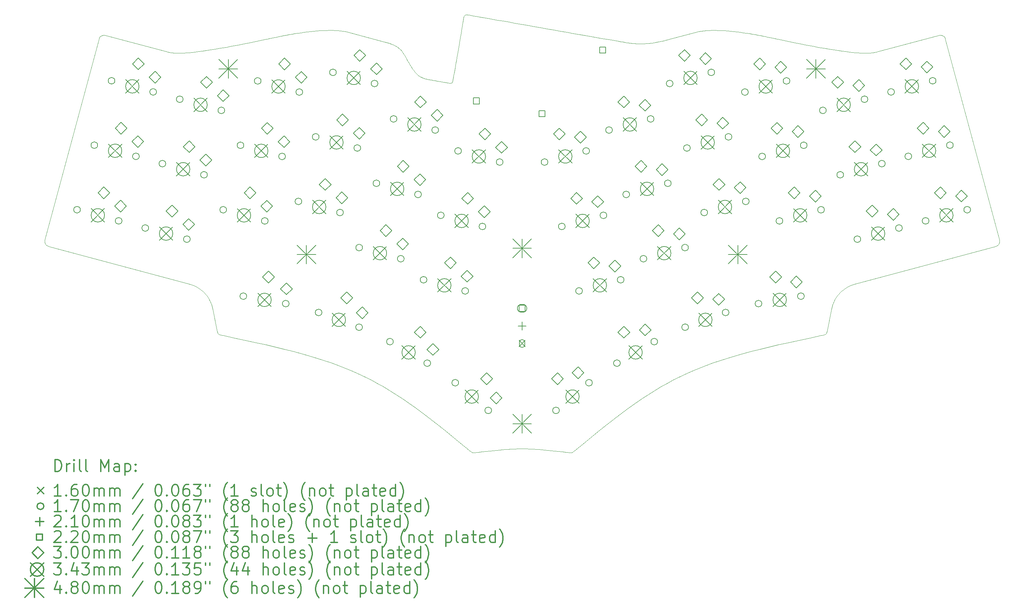
<source format=gbr>
%FSLAX45Y45*%
G04 Gerber Fmt 4.5, Leading zero omitted, Abs format (unit mm)*
G04 Created by KiCad (PCBNEW (5.1.9)-1) date 2021-07-05 21:58:59*
%MOMM*%
%LPD*%
G01*
G04 APERTURE LIST*
%TA.AperFunction,Profile*%
%ADD10C,0.100000*%
%TD*%
%ADD11C,0.200000*%
%ADD12C,0.300000*%
G04 APERTURE END LIST*
D10*
X10020000Y-5442500D02*
X10957500Y-5694000D01*
X18912500Y-5442500D02*
X18236000Y-5624000D01*
X23537500Y-5945000D02*
X25099500Y-5527000D01*
X20999500Y-5624000D02*
X21199555Y-5666006D01*
X21199555Y-5666006D02*
X21388300Y-5704729D01*
X21388300Y-5704729D02*
X21566085Y-5740292D01*
X21566085Y-5740292D02*
X21733264Y-5772816D01*
X21733264Y-5772816D02*
X21890188Y-5802424D01*
X21890188Y-5802424D02*
X22037209Y-5829238D01*
X22037209Y-5829238D02*
X22174680Y-5853379D01*
X22174680Y-5853379D02*
X22302953Y-5874969D01*
X22302953Y-5874969D02*
X22422380Y-5894130D01*
X22422380Y-5894130D02*
X22533312Y-5910985D01*
X22533312Y-5910985D02*
X22636103Y-5925655D01*
X22636103Y-5925655D02*
X22731103Y-5938262D01*
X22731103Y-5938262D02*
X22818666Y-5948928D01*
X22818666Y-5948928D02*
X22899144Y-5957775D01*
X22899144Y-5957775D02*
X22972888Y-5964925D01*
X22972888Y-5964925D02*
X23040250Y-5970500D01*
X23040250Y-5970500D02*
X23101583Y-5974622D01*
X23101583Y-5974622D02*
X23157239Y-5977412D01*
X23157239Y-5977412D02*
X23207570Y-5978994D01*
X23207570Y-5978994D02*
X23252928Y-5979488D01*
X23252928Y-5979488D02*
X23293665Y-5979017D01*
X23293665Y-5979017D02*
X23330133Y-5977703D01*
X23330133Y-5977703D02*
X23362685Y-5975667D01*
X23362685Y-5975667D02*
X23391672Y-5973031D01*
X23391672Y-5973031D02*
X23417447Y-5969918D01*
X23417447Y-5969918D02*
X23440361Y-5966450D01*
X23440361Y-5966450D02*
X23460767Y-5962747D01*
X23460767Y-5962747D02*
X23479017Y-5958933D01*
X23479017Y-5958933D02*
X23495464Y-5955130D01*
X23495464Y-5955130D02*
X23510458Y-5951458D01*
X23510458Y-5951458D02*
X23524353Y-5948041D01*
X23524353Y-5948041D02*
X23537500Y-5945000D01*
X18912500Y-5442500D02*
X18972749Y-5428868D01*
X18972749Y-5428868D02*
X19036474Y-5417792D01*
X19036474Y-5417792D02*
X19103359Y-5409140D01*
X19103359Y-5409140D02*
X19173088Y-5402782D01*
X19173088Y-5402782D02*
X19245346Y-5398587D01*
X19245346Y-5398587D02*
X19319818Y-5396422D01*
X19319818Y-5396422D02*
X19396188Y-5396158D01*
X19396188Y-5396158D02*
X19474141Y-5397664D01*
X19474141Y-5397664D02*
X19553360Y-5400808D01*
X19553360Y-5400808D02*
X19633531Y-5405460D01*
X19633531Y-5405460D02*
X19714339Y-5411487D01*
X19714339Y-5411487D02*
X19795467Y-5418761D01*
X19795467Y-5418761D02*
X19876600Y-5427148D01*
X19876600Y-5427148D02*
X19957423Y-5436519D01*
X19957423Y-5436519D02*
X20037619Y-5446743D01*
X20037619Y-5446743D02*
X20116875Y-5457688D01*
X20116875Y-5457688D02*
X20194874Y-5469223D01*
X20194874Y-5469223D02*
X20271300Y-5481217D01*
X20271300Y-5481217D02*
X20345839Y-5493540D01*
X20345839Y-5493540D02*
X20418174Y-5506060D01*
X20418174Y-5506060D02*
X20487990Y-5518646D01*
X20487990Y-5518646D02*
X20554972Y-5531167D01*
X20554972Y-5531167D02*
X20618805Y-5543493D01*
X20618805Y-5543493D02*
X20679172Y-5555492D01*
X20679172Y-5555492D02*
X20735758Y-5567033D01*
X20735758Y-5567033D02*
X20788248Y-5577986D01*
X20788248Y-5577986D02*
X20836327Y-5588219D01*
X20836327Y-5588219D02*
X20879678Y-5597600D01*
X20879678Y-5597600D02*
X20917986Y-5606001D01*
X20917986Y-5606001D02*
X20950936Y-5613288D01*
X20950936Y-5613288D02*
X20978213Y-5619331D01*
X20978213Y-5619331D02*
X20999500Y-5624000D01*
X7933000Y-5624000D02*
X7732923Y-5666006D01*
X7732923Y-5666006D02*
X7544118Y-5704729D01*
X7544118Y-5704729D02*
X7366236Y-5740292D01*
X7366236Y-5740292D02*
X7198929Y-5772816D01*
X7198929Y-5772816D02*
X7041849Y-5802424D01*
X7041849Y-5802424D02*
X6894648Y-5829238D01*
X6894648Y-5829238D02*
X6756978Y-5853379D01*
X6756978Y-5853379D02*
X6628492Y-5874969D01*
X6628492Y-5874969D02*
X6508841Y-5894130D01*
X6508841Y-5894130D02*
X6397677Y-5910985D01*
X6397677Y-5910985D02*
X6294652Y-5925655D01*
X6294652Y-5925655D02*
X6199419Y-5938262D01*
X6199419Y-5938262D02*
X6111629Y-5948928D01*
X6111629Y-5948928D02*
X6030934Y-5957775D01*
X6030934Y-5957775D02*
X5956986Y-5964925D01*
X5956986Y-5964925D02*
X5889437Y-5970500D01*
X5889437Y-5970500D02*
X5827940Y-5974622D01*
X5827940Y-5974622D02*
X5772146Y-5977412D01*
X5772146Y-5977412D02*
X5721708Y-5978994D01*
X5721708Y-5978994D02*
X5676276Y-5979488D01*
X5676276Y-5979488D02*
X5635504Y-5979017D01*
X5635504Y-5979017D02*
X5599043Y-5977703D01*
X5599043Y-5977703D02*
X5566546Y-5975667D01*
X5566546Y-5975667D02*
X5537664Y-5973031D01*
X5537664Y-5973031D02*
X5512049Y-5969918D01*
X5512049Y-5969918D02*
X5489354Y-5966450D01*
X5489354Y-5966450D02*
X5469230Y-5962747D01*
X5469230Y-5962747D02*
X5451329Y-5958933D01*
X5451329Y-5958933D02*
X5435304Y-5955130D01*
X5435304Y-5955130D02*
X5420806Y-5951458D01*
X5420806Y-5951458D02*
X5407487Y-5948041D01*
X5407487Y-5948041D02*
X5395000Y-5945000D01*
X5395000Y-5945000D02*
X3833000Y-5527000D01*
X10020000Y-5442500D02*
X9959751Y-5428868D01*
X9959751Y-5428868D02*
X9896026Y-5417792D01*
X9896026Y-5417792D02*
X9829141Y-5409140D01*
X9829141Y-5409140D02*
X9759412Y-5402782D01*
X9759412Y-5402782D02*
X9687154Y-5398587D01*
X9687154Y-5398587D02*
X9612682Y-5396422D01*
X9612682Y-5396422D02*
X9536312Y-5396158D01*
X9536312Y-5396158D02*
X9458359Y-5397664D01*
X9458359Y-5397664D02*
X9379140Y-5400808D01*
X9379140Y-5400808D02*
X9298969Y-5405460D01*
X9298969Y-5405460D02*
X9218161Y-5411487D01*
X9218161Y-5411487D02*
X9137033Y-5418761D01*
X9137033Y-5418761D02*
X9055900Y-5427148D01*
X9055900Y-5427148D02*
X8975077Y-5436519D01*
X8975077Y-5436519D02*
X8894881Y-5446743D01*
X8894881Y-5446743D02*
X8815625Y-5457688D01*
X8815625Y-5457688D02*
X8737626Y-5469223D01*
X8737626Y-5469223D02*
X8661200Y-5481217D01*
X8661200Y-5481217D02*
X8586661Y-5493540D01*
X8586661Y-5493540D02*
X8514326Y-5506060D01*
X8514326Y-5506060D02*
X8444510Y-5518646D01*
X8444510Y-5518646D02*
X8377527Y-5531167D01*
X8377527Y-5531167D02*
X8313695Y-5543493D01*
X8313695Y-5543493D02*
X8253328Y-5555492D01*
X8253328Y-5555492D02*
X8196742Y-5567033D01*
X8196742Y-5567033D02*
X8144252Y-5577986D01*
X8144252Y-5577986D02*
X8096173Y-5588219D01*
X8096173Y-5588219D02*
X8052822Y-5597600D01*
X8052822Y-5597600D02*
X8014514Y-5606001D01*
X8014514Y-5606001D02*
X7981564Y-5613288D01*
X7981564Y-5613288D02*
X7954287Y-5619331D01*
X7954287Y-5619331D02*
X7933000Y-5624000D01*
X6678000Y-13091000D02*
X6681750Y-13105824D01*
X6681750Y-13105824D02*
X6686249Y-13118889D01*
X6686249Y-13118889D02*
X6691497Y-13130333D01*
X6691497Y-13130333D02*
X6697492Y-13140297D01*
X6697492Y-13140297D02*
X6704235Y-13148919D01*
X6704235Y-13148919D02*
X6711724Y-13156338D01*
X6711724Y-13156338D02*
X6719958Y-13162694D01*
X6719958Y-13162694D02*
X6728937Y-13168125D01*
X6728937Y-13168125D02*
X6738661Y-13172771D01*
X6738661Y-13172771D02*
X6749128Y-13176771D01*
X6749128Y-13176771D02*
X6760337Y-13180265D01*
X6760337Y-13180265D02*
X6772289Y-13183391D01*
X6772289Y-13183391D02*
X6784982Y-13186288D01*
X6784982Y-13186288D02*
X6798415Y-13189096D01*
X6798415Y-13189096D02*
X6812588Y-13191953D01*
X6812588Y-13191953D02*
X6827500Y-13195000D01*
X3660000Y-5610000D02*
X2278000Y-10755000D01*
X3833000Y-5527000D02*
X3822740Y-5524658D01*
X3822740Y-5524658D02*
X3811580Y-5522938D01*
X3811580Y-5522938D02*
X3799696Y-5521920D01*
X3799696Y-5521920D02*
X3787266Y-5521688D01*
X3787266Y-5521688D02*
X3774466Y-5522322D01*
X3774466Y-5522322D02*
X3761475Y-5523906D01*
X3761475Y-5523906D02*
X3748468Y-5526521D01*
X3748468Y-5526521D02*
X3735625Y-5530250D01*
X3735625Y-5530250D02*
X3723121Y-5535174D01*
X3723121Y-5535174D02*
X3711135Y-5541375D01*
X3711135Y-5541375D02*
X3699842Y-5548936D01*
X3699842Y-5548936D02*
X3689422Y-5557938D01*
X3689422Y-5557938D02*
X3680050Y-5568463D01*
X3680050Y-5568463D02*
X3671904Y-5580594D01*
X3671904Y-5580594D02*
X3665162Y-5594412D01*
X3665162Y-5594412D02*
X3660000Y-5610000D01*
X2278000Y-10755000D02*
X2274653Y-10774156D01*
X2274653Y-10774156D02*
X2273486Y-10791906D01*
X2273486Y-10791906D02*
X2274315Y-10808297D01*
X2274315Y-10808297D02*
X2276953Y-10823375D01*
X2276953Y-10823375D02*
X2281214Y-10837188D01*
X2281214Y-10837188D02*
X2286912Y-10849781D01*
X2286912Y-10849781D02*
X2293861Y-10861203D01*
X2293861Y-10861203D02*
X2301875Y-10871500D01*
X2301875Y-10871500D02*
X2310768Y-10880719D01*
X2310768Y-10880719D02*
X2320354Y-10888906D01*
X2320354Y-10888906D02*
X2330446Y-10896109D01*
X2330446Y-10896109D02*
X2340859Y-10902375D01*
X2340859Y-10902375D02*
X2351407Y-10907750D01*
X2351407Y-10907750D02*
X2361904Y-10912281D01*
X2361904Y-10912281D02*
X2372164Y-10916016D01*
X2372164Y-10916016D02*
X2382000Y-10919000D01*
X26654000Y-10755000D02*
X26657347Y-10774156D01*
X26657347Y-10774156D02*
X26658514Y-10791906D01*
X26658514Y-10791906D02*
X26657685Y-10808297D01*
X26657685Y-10808297D02*
X26655047Y-10823375D01*
X26655047Y-10823375D02*
X26650786Y-10837188D01*
X26650786Y-10837188D02*
X26645088Y-10849781D01*
X26645088Y-10849781D02*
X26638139Y-10861203D01*
X26638139Y-10861203D02*
X26630125Y-10871500D01*
X26630125Y-10871500D02*
X26621232Y-10880719D01*
X26621232Y-10880719D02*
X26611646Y-10888906D01*
X26611646Y-10888906D02*
X26601554Y-10896109D01*
X26601554Y-10896109D02*
X26591141Y-10902375D01*
X26591141Y-10902375D02*
X26580592Y-10907750D01*
X26580592Y-10907750D02*
X26570096Y-10912281D01*
X26570096Y-10912281D02*
X26559836Y-10916016D01*
X26559836Y-10916016D02*
X26550000Y-10919000D01*
X25272000Y-5610000D02*
X26654000Y-10755000D01*
X25099000Y-5527000D02*
X25109259Y-5524658D01*
X25109259Y-5524658D02*
X25120420Y-5522938D01*
X25120420Y-5522938D02*
X25132304Y-5521920D01*
X25132304Y-5521920D02*
X25144734Y-5521688D01*
X25144734Y-5521688D02*
X25157534Y-5522322D01*
X25157534Y-5522322D02*
X25170525Y-5523906D01*
X25170525Y-5523906D02*
X25183531Y-5526521D01*
X25183531Y-5526521D02*
X25196375Y-5530250D01*
X25196375Y-5530250D02*
X25208879Y-5535174D01*
X25208879Y-5535174D02*
X25220865Y-5541375D01*
X25220865Y-5541375D02*
X25232157Y-5548936D01*
X25232157Y-5548936D02*
X25242578Y-5557938D01*
X25242578Y-5557938D02*
X25251950Y-5568463D01*
X25251950Y-5568463D02*
X25260096Y-5580594D01*
X25260096Y-5580594D02*
X25266838Y-5594412D01*
X25266838Y-5594412D02*
X25272000Y-5610000D01*
X13223000Y-16191000D02*
X13336306Y-16178467D01*
X13336306Y-16178467D02*
X13442718Y-16166742D01*
X13442718Y-16166742D02*
X13542696Y-16155826D01*
X13542696Y-16155826D02*
X13636699Y-16145719D01*
X13636699Y-16145719D02*
X13725187Y-16136420D01*
X13725187Y-16136420D02*
X13808620Y-16127930D01*
X13808620Y-16127930D02*
X13887456Y-16120248D01*
X13887456Y-16120248D02*
X13962156Y-16113375D01*
X13962156Y-16113375D02*
X14033180Y-16107310D01*
X14033180Y-16107310D02*
X14100986Y-16102055D01*
X14100986Y-16102055D02*
X14166034Y-16097607D01*
X14166034Y-16097607D02*
X14228785Y-16093969D01*
X14228785Y-16093969D02*
X14289697Y-16091139D01*
X14289697Y-16091139D02*
X14349231Y-16089117D01*
X14349231Y-16089117D02*
X14407845Y-16087904D01*
X14407845Y-16087904D02*
X14466000Y-16087500D01*
X14466000Y-16087500D02*
X14524155Y-16087904D01*
X14524155Y-16087904D02*
X14582769Y-16089117D01*
X14582769Y-16089117D02*
X14642302Y-16091139D01*
X14642302Y-16091139D02*
X14703215Y-16093969D01*
X14703215Y-16093969D02*
X14765965Y-16097607D01*
X14765965Y-16097607D02*
X14831014Y-16102055D01*
X14831014Y-16102055D02*
X14898820Y-16107310D01*
X14898820Y-16107310D02*
X14969844Y-16113375D01*
X14969844Y-16113375D02*
X15044544Y-16120248D01*
X15044544Y-16120248D02*
X15123380Y-16127930D01*
X15123380Y-16127930D02*
X15206813Y-16136420D01*
X15206813Y-16136420D02*
X15295301Y-16145719D01*
X15295301Y-16145719D02*
X15389304Y-16155826D01*
X15389304Y-16155826D02*
X15489282Y-16166742D01*
X15489282Y-16166742D02*
X15595694Y-16178467D01*
X15595694Y-16178467D02*
X15709000Y-16191000D01*
X15709000Y-16191000D02*
X15719326Y-16191298D01*
X15719326Y-16191298D02*
X15729595Y-16189482D01*
X15729595Y-16189482D02*
X15739959Y-16185704D01*
X15739959Y-16185704D02*
X15750572Y-16180119D01*
X15750572Y-16180119D02*
X15761587Y-16172879D01*
X15761587Y-16172879D02*
X15773158Y-16164138D01*
X15773158Y-16164138D02*
X15781256Y-16157553D01*
X15781256Y-16157553D02*
X15789714Y-16150413D01*
X15789714Y-16150413D02*
X15798578Y-16142766D01*
X15798578Y-16142766D02*
X15807893Y-16134655D01*
X15807893Y-16134655D02*
X15817705Y-16126127D01*
X15817705Y-16126127D02*
X15828059Y-16117227D01*
X15828059Y-16117227D02*
X15839000Y-16108000D01*
X6567000Y-12532000D02*
X6559496Y-12497127D01*
X6559496Y-12497127D02*
X6550882Y-12463196D01*
X6550882Y-12463196D02*
X6541189Y-12430203D01*
X6541189Y-12430203D02*
X6530449Y-12398146D01*
X6530449Y-12398146D02*
X6518694Y-12367024D01*
X6518694Y-12367024D02*
X6505955Y-12336832D01*
X6505955Y-12336832D02*
X6492266Y-12307570D01*
X6492266Y-12307570D02*
X6477656Y-12279234D01*
X6477656Y-12279234D02*
X6462159Y-12251823D01*
X6462159Y-12251823D02*
X6445806Y-12225334D01*
X6445806Y-12225334D02*
X6428629Y-12199764D01*
X6428629Y-12199764D02*
X6410660Y-12175111D01*
X6410660Y-12175111D02*
X6391931Y-12151373D01*
X6391931Y-12151373D02*
X6372473Y-12128548D01*
X6372473Y-12128548D02*
X6352319Y-12106633D01*
X6352319Y-12106633D02*
X6331500Y-12085625D01*
X6331500Y-12085625D02*
X6310048Y-12065522D01*
X6310048Y-12065522D02*
X6287996Y-12046323D01*
X6287996Y-12046323D02*
X6265374Y-12028024D01*
X6265374Y-12028024D02*
X6242215Y-12010623D01*
X6242215Y-12010623D02*
X6218550Y-11994118D01*
X6218550Y-11994118D02*
X6194412Y-11978506D01*
X6194412Y-11978506D02*
X6169833Y-11963785D01*
X6169833Y-11963785D02*
X6144844Y-11949953D01*
X6144844Y-11949953D02*
X6119476Y-11937007D01*
X6119476Y-11937007D02*
X6093763Y-11924945D01*
X6093763Y-11924945D02*
X6067736Y-11913764D01*
X6067736Y-11913764D02*
X6041426Y-11903463D01*
X6041426Y-11903463D02*
X6014865Y-11894038D01*
X6014865Y-11894038D02*
X5988086Y-11885487D01*
X5988086Y-11885487D02*
X5961121Y-11877809D01*
X5961121Y-11877809D02*
X5934000Y-11871000D01*
X6567000Y-12532000D02*
X6678000Y-13091000D01*
X22254000Y-13091000D02*
X22250250Y-13105824D01*
X22250250Y-13105824D02*
X22245751Y-13118889D01*
X22245751Y-13118889D02*
X22240503Y-13130333D01*
X22240503Y-13130333D02*
X22234508Y-13140297D01*
X22234508Y-13140297D02*
X22227765Y-13148919D01*
X22227765Y-13148919D02*
X22220276Y-13156338D01*
X22220276Y-13156338D02*
X22212042Y-13162694D01*
X22212042Y-13162694D02*
X22203063Y-13168125D01*
X22203063Y-13168125D02*
X22193339Y-13172771D01*
X22193339Y-13172771D02*
X22182872Y-13176771D01*
X22182872Y-13176771D02*
X22171662Y-13180265D01*
X22171662Y-13180265D02*
X22159711Y-13183391D01*
X22159711Y-13183391D02*
X22147018Y-13186288D01*
X22147018Y-13186288D02*
X22133585Y-13189096D01*
X22133585Y-13189096D02*
X22119412Y-13191953D01*
X22119412Y-13191953D02*
X22104500Y-13195000D01*
X22365000Y-12532000D02*
X22372503Y-12497127D01*
X22372503Y-12497127D02*
X22381118Y-12463196D01*
X22381118Y-12463196D02*
X22390811Y-12430203D01*
X22390811Y-12430203D02*
X22401551Y-12398146D01*
X22401551Y-12398146D02*
X22413306Y-12367024D01*
X22413306Y-12367024D02*
X22426044Y-12336832D01*
X22426044Y-12336832D02*
X22439734Y-12307570D01*
X22439734Y-12307570D02*
X22454344Y-12279234D01*
X22454344Y-12279234D02*
X22469841Y-12251823D01*
X22469841Y-12251823D02*
X22486194Y-12225334D01*
X22486194Y-12225334D02*
X22503371Y-12199764D01*
X22503371Y-12199764D02*
X22521340Y-12175111D01*
X22521340Y-12175111D02*
X22540069Y-12151373D01*
X22540069Y-12151373D02*
X22559527Y-12128548D01*
X22559527Y-12128548D02*
X22579681Y-12106633D01*
X22579681Y-12106633D02*
X22600500Y-12085625D01*
X22600500Y-12085625D02*
X22621952Y-12065522D01*
X22621952Y-12065522D02*
X22644004Y-12046323D01*
X22644004Y-12046323D02*
X22666626Y-12028024D01*
X22666626Y-12028024D02*
X22689785Y-12010623D01*
X22689785Y-12010623D02*
X22713449Y-11994118D01*
X22713449Y-11994118D02*
X22737587Y-11978506D01*
X22737587Y-11978506D02*
X22762167Y-11963785D01*
X22762167Y-11963785D02*
X22787156Y-11949953D01*
X22787156Y-11949953D02*
X22812523Y-11937007D01*
X22812523Y-11937007D02*
X22838237Y-11924945D01*
X22838237Y-11924945D02*
X22864264Y-11913764D01*
X22864264Y-11913764D02*
X22890574Y-11903463D01*
X22890574Y-11903463D02*
X22917134Y-11894038D01*
X22917134Y-11894038D02*
X22943913Y-11885487D01*
X22943913Y-11885487D02*
X22970879Y-11877809D01*
X22970879Y-11877809D02*
X22998000Y-11871000D01*
X22365000Y-12532000D02*
X22254000Y-13091000D01*
X13223000Y-16191000D02*
X13212674Y-16191298D01*
X13212674Y-16191298D02*
X13202405Y-16189482D01*
X13202405Y-16189482D02*
X13192041Y-16185704D01*
X13192041Y-16185704D02*
X13181428Y-16180119D01*
X13181428Y-16180119D02*
X13170412Y-16172879D01*
X13170412Y-16172879D02*
X13158842Y-16164138D01*
X13158842Y-16164138D02*
X13150744Y-16157553D01*
X13150744Y-16157553D02*
X13142286Y-16150413D01*
X13142286Y-16150413D02*
X13133422Y-16142766D01*
X13133422Y-16142766D02*
X13124107Y-16134655D01*
X13124107Y-16134655D02*
X13114295Y-16126127D01*
X13114295Y-16126127D02*
X13103941Y-16117227D01*
X13103941Y-16117227D02*
X13093000Y-16108000D01*
X26550000Y-10919000D02*
X22998000Y-11871000D01*
X22104500Y-13195000D02*
X21811846Y-13255910D01*
X21811846Y-13255910D02*
X21532917Y-13315132D01*
X21532917Y-13315132D02*
X21266966Y-13373030D01*
X21266966Y-13373030D02*
X21013244Y-13429967D01*
X21013244Y-13429967D02*
X20771005Y-13486305D01*
X20771005Y-13486305D02*
X20539500Y-13542407D01*
X20539500Y-13542407D02*
X20317982Y-13598638D01*
X20317982Y-13598638D02*
X20105703Y-13655359D01*
X20105703Y-13655359D02*
X19901916Y-13712935D01*
X19901916Y-13712935D02*
X19705873Y-13771727D01*
X19705873Y-13771727D02*
X19516827Y-13832100D01*
X19516827Y-13832100D02*
X19334029Y-13894416D01*
X19334029Y-13894416D02*
X19156733Y-13959038D01*
X19156733Y-13959038D02*
X18984190Y-14026330D01*
X18984190Y-14026330D02*
X18815653Y-14096655D01*
X18815653Y-14096655D02*
X18650375Y-14170375D01*
X18650375Y-14170375D02*
X18487607Y-14247854D01*
X18487607Y-14247854D02*
X18326603Y-14329455D01*
X18326603Y-14329455D02*
X18166614Y-14415541D01*
X18166614Y-14415541D02*
X18006893Y-14506475D01*
X18006893Y-14506475D02*
X17846692Y-14602620D01*
X17846692Y-14602620D02*
X17685263Y-14704339D01*
X17685263Y-14704339D02*
X17521860Y-14811996D01*
X17521860Y-14811996D02*
X17355734Y-14925953D01*
X17355734Y-14925953D02*
X17186138Y-15046574D01*
X17186138Y-15046574D02*
X17012324Y-15174221D01*
X17012324Y-15174221D02*
X16833545Y-15309259D01*
X16833545Y-15309259D02*
X16649053Y-15452049D01*
X16649053Y-15452049D02*
X16458100Y-15602955D01*
X16458100Y-15602955D02*
X16259938Y-15762340D01*
X16259938Y-15762340D02*
X16053821Y-15930567D01*
X16053821Y-15930567D02*
X15839000Y-16108000D01*
X16993000Y-5687000D02*
X17029934Y-5693582D01*
X17029934Y-5693582D02*
X17066341Y-5699817D01*
X17066341Y-5699817D02*
X17102286Y-5705682D01*
X17102286Y-5705682D02*
X17137834Y-5711158D01*
X17137834Y-5711158D02*
X17173051Y-5716225D01*
X17173051Y-5716225D02*
X17208000Y-5720862D01*
X17208000Y-5720862D02*
X17242748Y-5725049D01*
X17242748Y-5725049D02*
X17277359Y-5728766D01*
X17277359Y-5728766D02*
X17311899Y-5731991D01*
X17311899Y-5731991D02*
X17346431Y-5734706D01*
X17346431Y-5734706D02*
X17381022Y-5736890D01*
X17381022Y-5736890D02*
X17415736Y-5738521D01*
X17415736Y-5738521D02*
X17450639Y-5739581D01*
X17450639Y-5739581D02*
X17485794Y-5740048D01*
X17485794Y-5740048D02*
X17521268Y-5739903D01*
X17521268Y-5739903D02*
X17557125Y-5739125D01*
X17557125Y-5739125D02*
X17593430Y-5737693D01*
X17593430Y-5737693D02*
X17630249Y-5735588D01*
X17630249Y-5735588D02*
X17667646Y-5732789D01*
X17667646Y-5732789D02*
X17705686Y-5729275D01*
X17705686Y-5729275D02*
X17744434Y-5725027D01*
X17744434Y-5725027D02*
X17783955Y-5720024D01*
X17783955Y-5720024D02*
X17824315Y-5714246D01*
X17824315Y-5714246D02*
X17865578Y-5707672D01*
X17865578Y-5707672D02*
X17907809Y-5700282D01*
X17907809Y-5700282D02*
X17951074Y-5692056D01*
X17951074Y-5692056D02*
X17995437Y-5682973D01*
X17995437Y-5682973D02*
X18040963Y-5673014D01*
X18040963Y-5673014D02*
X18087717Y-5662157D01*
X18087717Y-5662157D02*
X18135765Y-5650382D01*
X18135765Y-5650382D02*
X18185171Y-5637670D01*
X18185171Y-5637670D02*
X18236000Y-5624000D01*
X12606000Y-6747000D02*
X12620201Y-6749027D01*
X12620201Y-6749027D02*
X12633017Y-6749507D01*
X12633017Y-6749507D02*
X12644489Y-6748474D01*
X12644489Y-6748474D02*
X12654656Y-6745963D01*
X12654656Y-6745963D02*
X12666250Y-6740375D01*
X12666250Y-6740375D02*
X12675687Y-6732303D01*
X12675687Y-6732303D02*
X12683062Y-6721828D01*
X12683062Y-6721828D02*
X12687297Y-6712445D01*
X12687297Y-6712445D02*
X12690463Y-6701791D01*
X12690463Y-6701791D02*
X12692000Y-6694000D01*
X11575000Y-6233000D02*
X11596531Y-6269569D01*
X11596531Y-6269569D02*
X11617303Y-6303775D01*
X11617303Y-6303775D02*
X11637394Y-6335711D01*
X11637394Y-6335711D02*
X11656881Y-6365469D01*
X11656881Y-6365469D02*
X11675843Y-6393140D01*
X11675843Y-6393140D02*
X11694358Y-6418818D01*
X11694358Y-6418818D02*
X11712504Y-6442595D01*
X11712504Y-6442595D02*
X11730359Y-6464562D01*
X11730359Y-6464562D02*
X11748002Y-6484813D01*
X11748002Y-6484813D02*
X11765511Y-6503439D01*
X11765511Y-6503439D02*
X11782964Y-6520533D01*
X11782964Y-6520533D02*
X11800439Y-6536187D01*
X11800439Y-6536187D02*
X11818015Y-6550494D01*
X11818015Y-6550494D02*
X11835769Y-6563545D01*
X11835769Y-6563545D02*
X11853779Y-6575433D01*
X11853779Y-6575433D02*
X11872125Y-6586250D01*
X11872125Y-6586250D02*
X11890884Y-6596089D01*
X11890884Y-6596089D02*
X11910133Y-6605041D01*
X11910133Y-6605041D02*
X11929953Y-6613199D01*
X11929953Y-6613199D02*
X11950420Y-6620656D01*
X11950420Y-6620656D02*
X11971613Y-6627504D01*
X11971613Y-6627504D02*
X11993610Y-6633834D01*
X11993610Y-6633834D02*
X12016489Y-6639739D01*
X12016489Y-6639739D02*
X12040328Y-6645312D01*
X12040328Y-6645312D02*
X12065206Y-6650645D01*
X12065206Y-6650645D02*
X12091201Y-6655830D01*
X12091201Y-6655830D02*
X12118391Y-6660959D01*
X12118391Y-6660959D02*
X12146853Y-6666125D01*
X12146853Y-6666125D02*
X12176668Y-6671420D01*
X12176668Y-6671420D02*
X12207911Y-6676935D01*
X12207911Y-6676935D02*
X12240663Y-6682765D01*
X12240663Y-6682765D02*
X12275000Y-6689000D01*
X11575000Y-6233000D02*
X11556953Y-6200893D01*
X11556953Y-6200893D02*
X11539869Y-6170345D01*
X11539869Y-6170345D02*
X11523642Y-6141300D01*
X11523642Y-6141300D02*
X11508169Y-6113699D01*
X11508169Y-6113699D02*
X11493345Y-6087486D01*
X11493345Y-6087486D02*
X11479066Y-6062602D01*
X11479066Y-6062602D02*
X11465228Y-6038990D01*
X11465228Y-6038990D02*
X11451726Y-6016594D01*
X11451726Y-6016594D02*
X11438457Y-5995354D01*
X11438457Y-5995354D02*
X11425315Y-5975214D01*
X11425315Y-5975214D02*
X11412198Y-5956117D01*
X11412198Y-5956117D02*
X11398999Y-5938004D01*
X11398999Y-5938004D02*
X11385615Y-5920818D01*
X11385615Y-5920818D02*
X11371943Y-5904502D01*
X11371943Y-5904502D02*
X11357876Y-5888999D01*
X11357876Y-5888999D02*
X11343312Y-5874250D01*
X11343312Y-5874250D02*
X11328146Y-5860198D01*
X11328146Y-5860198D02*
X11312274Y-5846787D01*
X11312274Y-5846787D02*
X11295591Y-5833957D01*
X11295591Y-5833957D02*
X11277993Y-5821652D01*
X11277993Y-5821652D02*
X11259376Y-5809815D01*
X11259376Y-5809815D02*
X11239636Y-5798387D01*
X11239636Y-5798387D02*
X11218667Y-5787312D01*
X11218667Y-5787312D02*
X11196367Y-5776531D01*
X11196367Y-5776531D02*
X11172631Y-5765988D01*
X11172631Y-5765988D02*
X11147354Y-5755624D01*
X11147354Y-5755624D02*
X11120432Y-5745383D01*
X11120432Y-5745383D02*
X11091761Y-5735207D01*
X11091761Y-5735207D02*
X11061236Y-5725038D01*
X11061236Y-5725038D02*
X11028754Y-5714819D01*
X11028754Y-5714819D02*
X10994210Y-5704492D01*
X10994210Y-5704492D02*
X10957500Y-5694000D01*
X2382000Y-10919000D02*
X5934000Y-11871000D01*
X12606000Y-6747000D02*
X12595899Y-6745230D01*
X12595899Y-6745230D02*
X12583807Y-6743111D01*
X12583807Y-6743111D02*
X12571908Y-6741026D01*
X12571908Y-6741026D02*
X12556372Y-6738304D01*
X12556372Y-6738304D02*
X12536715Y-6734859D01*
X12536715Y-6734859D02*
X12525189Y-6732840D01*
X12525189Y-6732840D02*
X12512452Y-6730608D01*
X12512452Y-6730608D02*
X12498441Y-6728153D01*
X12498441Y-6728153D02*
X12483097Y-6725464D01*
X12483097Y-6725464D02*
X12466359Y-6722531D01*
X12466359Y-6722531D02*
X12448167Y-6719343D01*
X12448167Y-6719343D02*
X12428459Y-6715890D01*
X12428459Y-6715890D02*
X12407176Y-6712161D01*
X12407176Y-6712161D02*
X12384256Y-6708144D01*
X12384256Y-6708144D02*
X12359639Y-6703831D01*
X12359639Y-6703831D02*
X12333264Y-6699209D01*
X12333264Y-6699209D02*
X12305072Y-6694269D01*
X12305072Y-6694269D02*
X12275000Y-6689000D01*
X16993000Y-5687000D02*
X16919035Y-5674295D01*
X16919035Y-5674295D02*
X16831523Y-5659180D01*
X16831523Y-5659180D02*
X16731505Y-5641838D01*
X16731505Y-5641838D02*
X16620025Y-5622455D01*
X16620025Y-5622455D02*
X16498125Y-5601215D01*
X16498125Y-5601215D02*
X16366847Y-5578303D01*
X16366847Y-5578303D02*
X16227234Y-5553905D01*
X16227234Y-5553905D02*
X16080328Y-5528203D01*
X16080328Y-5528203D02*
X15927171Y-5501384D01*
X15927171Y-5501384D02*
X15768807Y-5473632D01*
X15768807Y-5473632D02*
X15606276Y-5445132D01*
X15606276Y-5445132D02*
X15440623Y-5416068D01*
X15440623Y-5416068D02*
X15272889Y-5386626D01*
X15272889Y-5386626D02*
X15104116Y-5356990D01*
X15104116Y-5356990D02*
X14935347Y-5327345D01*
X14935347Y-5327345D02*
X14767625Y-5297875D01*
X14767625Y-5297875D02*
X14601992Y-5268766D01*
X14601992Y-5268766D02*
X14439489Y-5240201D01*
X14439489Y-5240201D02*
X14281161Y-5212367D01*
X14281161Y-5212367D02*
X14128049Y-5185447D01*
X14128049Y-5185447D02*
X13981195Y-5159627D01*
X13981195Y-5159627D02*
X13841642Y-5135091D01*
X13841642Y-5135091D02*
X13710433Y-5112023D01*
X13710433Y-5112023D02*
X13588609Y-5090609D01*
X13588609Y-5090609D02*
X13477214Y-5071034D01*
X13477214Y-5071034D02*
X13377289Y-5053482D01*
X13377289Y-5053482D02*
X13289878Y-5038137D01*
X13289878Y-5038137D02*
X13216021Y-5025186D01*
X13216021Y-5025186D02*
X13156763Y-5014811D01*
X13156763Y-5014811D02*
X13113145Y-5007199D01*
X13113145Y-5007199D02*
X13086210Y-5002534D01*
X13086210Y-5002534D02*
X13077000Y-5001000D01*
X6827500Y-13195000D02*
X7120154Y-13255910D01*
X7120154Y-13255910D02*
X7399083Y-13315132D01*
X7399083Y-13315132D02*
X7665034Y-13373030D01*
X7665034Y-13373030D02*
X7918756Y-13429967D01*
X7918756Y-13429967D02*
X8160995Y-13486305D01*
X8160995Y-13486305D02*
X8392500Y-13542407D01*
X8392500Y-13542407D02*
X8614018Y-13598638D01*
X8614018Y-13598638D02*
X8826297Y-13655359D01*
X8826297Y-13655359D02*
X9030084Y-13712935D01*
X9030084Y-13712935D02*
X9226127Y-13771727D01*
X9226127Y-13771727D02*
X9415173Y-13832100D01*
X9415173Y-13832100D02*
X9597971Y-13894416D01*
X9597971Y-13894416D02*
X9775267Y-13959038D01*
X9775267Y-13959038D02*
X9947810Y-14026330D01*
X9947810Y-14026330D02*
X10116347Y-14096655D01*
X10116347Y-14096655D02*
X10281625Y-14170375D01*
X10281625Y-14170375D02*
X10444393Y-14247854D01*
X10444393Y-14247854D02*
X10605397Y-14329455D01*
X10605397Y-14329455D02*
X10765386Y-14415541D01*
X10765386Y-14415541D02*
X10925107Y-14506475D01*
X10925107Y-14506475D02*
X11085308Y-14602620D01*
X11085308Y-14602620D02*
X11246736Y-14704339D01*
X11246736Y-14704339D02*
X11410140Y-14811996D01*
X11410140Y-14811996D02*
X11576266Y-14925953D01*
X11576266Y-14925953D02*
X11745862Y-15046574D01*
X11745862Y-15046574D02*
X11919675Y-15174221D01*
X11919675Y-15174221D02*
X12098455Y-15309259D01*
X12098455Y-15309259D02*
X12282947Y-15452049D01*
X12282947Y-15452049D02*
X12473900Y-15602955D01*
X12473900Y-15602955D02*
X12672062Y-15762340D01*
X12672062Y-15762340D02*
X12878179Y-15930567D01*
X12878179Y-15930567D02*
X13093000Y-16108000D01*
X12980000Y-5050000D02*
X12953835Y-5199359D01*
X12953835Y-5199359D02*
X12929305Y-5339386D01*
X12929305Y-5339386D02*
X12906356Y-5470382D01*
X12906356Y-5470382D02*
X12884937Y-5592648D01*
X12884937Y-5592648D02*
X12864995Y-5706486D01*
X12864995Y-5706486D02*
X12846476Y-5812196D01*
X12846476Y-5812196D02*
X12829329Y-5910080D01*
X12829329Y-5910080D02*
X12813500Y-6000437D01*
X12813500Y-6000437D02*
X12798936Y-6083571D01*
X12798936Y-6083571D02*
X12785586Y-6159780D01*
X12785586Y-6159780D02*
X12773395Y-6229367D01*
X12773395Y-6229367D02*
X12762312Y-6292633D01*
X12762312Y-6292633D02*
X12752284Y-6349878D01*
X12752284Y-6349878D02*
X12743258Y-6401403D01*
X12743258Y-6401403D02*
X12735181Y-6447510D01*
X12735181Y-6447510D02*
X12728000Y-6488500D01*
X12728000Y-6488500D02*
X12721663Y-6524673D01*
X12721663Y-6524673D02*
X12716117Y-6556331D01*
X12716117Y-6556331D02*
X12711309Y-6583774D01*
X12711309Y-6583774D02*
X12707187Y-6607305D01*
X12707187Y-6607305D02*
X12703698Y-6627222D01*
X12703698Y-6627222D02*
X12700789Y-6643829D01*
X12700789Y-6643829D02*
X12698407Y-6657425D01*
X12698407Y-6657425D02*
X12696500Y-6668312D01*
X12696500Y-6668312D02*
X12693898Y-6683163D01*
X12693898Y-6683163D02*
X12692070Y-6693599D01*
X12692070Y-6693599D02*
X12692000Y-6694000D01*
X13077000Y-5001000D02*
X13066757Y-4999631D01*
X13066757Y-4999631D02*
X13055908Y-4999009D01*
X13055908Y-4999009D02*
X13044747Y-4999304D01*
X13044747Y-4999304D02*
X13033564Y-5000684D01*
X13033564Y-5000684D02*
X13022652Y-5003315D01*
X13022652Y-5003315D02*
X13012301Y-5007368D01*
X13012301Y-5007368D02*
X13002805Y-5013009D01*
X13002805Y-5013009D02*
X12994453Y-5020406D01*
X12994453Y-5020406D02*
X12987539Y-5029729D01*
X12987539Y-5029729D02*
X12982353Y-5041144D01*
X12982353Y-5041144D02*
X12980000Y-5050000D01*
D11*
X14386000Y-13320000D02*
X14546000Y-13480000D01*
X14546000Y-13320000D02*
X14386000Y-13480000D01*
X14536000Y-13430000D02*
X14536000Y-13370000D01*
X14396000Y-13430000D02*
X14396000Y-13370000D01*
X14536000Y-13370000D02*
G75*
G03*
X14396000Y-13370000I-70000J0D01*
G01*
X14396000Y-13430000D02*
G75*
G03*
X14536000Y-13430000I70000J0D01*
G01*
X3183736Y-9981007D02*
G75*
G03*
X3183736Y-9981007I-85090J0D01*
G01*
X3625119Y-8332202D02*
G75*
G03*
X3625119Y-8332202I-85090J0D01*
G01*
X4065243Y-6686298D02*
G75*
G03*
X4065243Y-6686298I-85090J0D01*
G01*
X4246255Y-10265708D02*
G75*
G03*
X4246255Y-10265708I-85090J0D01*
G01*
X4687637Y-8616903D02*
G75*
G03*
X4687637Y-8616903I-85090J0D01*
G01*
X4926607Y-10448688D02*
G75*
G03*
X4926607Y-10448688I-85090J0D01*
G01*
X5127762Y-6970999D02*
G75*
G03*
X5127762Y-6970999I-85090J0D01*
G01*
X5363656Y-8803519D02*
G75*
G03*
X5363656Y-8803519I-85090J0D01*
G01*
X5806770Y-7157877D02*
G75*
G03*
X5806770Y-7157877I-85090J0D01*
G01*
X5989126Y-10733389D02*
G75*
G03*
X5989126Y-10733389I-85090J0D01*
G01*
X6426175Y-9088220D02*
G75*
G03*
X6426175Y-9088220I-85090J0D01*
G01*
X6869288Y-7442578D02*
G75*
G03*
X6869288Y-7442578I-85090J0D01*
G01*
X6916823Y-9982373D02*
G75*
G03*
X6916823Y-9982373I-85090J0D01*
G01*
X7358118Y-8334564D02*
G75*
G03*
X7358118Y-8334564I-85090J0D01*
G01*
X7430837Y-12189493D02*
G75*
G03*
X7430837Y-12189493I-85090J0D01*
G01*
X7798156Y-6689656D02*
G75*
G03*
X7798156Y-6689656I-85090J0D01*
G01*
X7979341Y-10267074D02*
G75*
G03*
X7979341Y-10267074I-85090J0D01*
G01*
X8420636Y-8619265D02*
G75*
G03*
X8420636Y-8619265I-85090J0D01*
G01*
X8514125Y-12380506D02*
G75*
G03*
X8514125Y-12380506I-85090J0D01*
G01*
X8837564Y-9768161D02*
G75*
G03*
X8837564Y-9768161I-85090J0D01*
G01*
X8860674Y-6974357D02*
G75*
G03*
X8860674Y-6974357I-85090J0D01*
G01*
X9279482Y-8119403D02*
G75*
G03*
X9279482Y-8119403I-85090J0D01*
G01*
X9353430Y-12606625D02*
G75*
G03*
X9353430Y-12606625I-85090J0D01*
G01*
X9719781Y-6471507D02*
G75*
G03*
X9719781Y-6471507I-85090J0D01*
G01*
X9900082Y-10052862D02*
G75*
G03*
X9900082Y-10052862I-85090J0D01*
G01*
X10342000Y-8404104D02*
G75*
G03*
X10342000Y-8404104I-85090J0D01*
G01*
X10387092Y-12982847D02*
G75*
G03*
X10387092Y-12982847I-85090J0D01*
G01*
X10389814Y-10948741D02*
G75*
G03*
X10389814Y-10948741I-85090J0D01*
G01*
X10782299Y-6756208D02*
G75*
G03*
X10782299Y-6756208I-85090J0D01*
G01*
X10829677Y-9305826D02*
G75*
G03*
X10829677Y-9305826I-85090J0D01*
G01*
X11175912Y-13351919D02*
G75*
G03*
X11175912Y-13351919I-85090J0D01*
G01*
X11268719Y-7660831D02*
G75*
G03*
X11268719Y-7660831I-85090J0D01*
G01*
X11452332Y-11233442D02*
G75*
G03*
X11452332Y-11233442I-85090J0D01*
G01*
X11892196Y-9590527D02*
G75*
G03*
X11892196Y-9590527I-85090J0D01*
G01*
X12034390Y-11771205D02*
G75*
G03*
X12034390Y-11771205I-85090J0D01*
G01*
X12128540Y-13901919D02*
G75*
G03*
X12128540Y-13901919I-85090J0D01*
G01*
X12331237Y-7945532D02*
G75*
G03*
X12331237Y-7945532I-85090J0D01*
G01*
X12474601Y-10124305D02*
G75*
G03*
X12474601Y-10124305I-85090J0D01*
G01*
X12843266Y-14401860D02*
G75*
G03*
X12843266Y-14401860I-85090J0D01*
G01*
X12915722Y-8478488D02*
G75*
G03*
X12915722Y-8478488I-85090J0D01*
G01*
X13096908Y-12055906D02*
G75*
G03*
X13096908Y-12055906I-85090J0D01*
G01*
X13537120Y-10409006D02*
G75*
G03*
X13537120Y-10409006I-85090J0D01*
G01*
X13685914Y-15108926D02*
G75*
G03*
X13685914Y-15108926I-85090J0D01*
G01*
X13978241Y-8763189D02*
G75*
G03*
X13978241Y-8763189I-85090J0D01*
G01*
X15124127Y-8763181D02*
G75*
G03*
X15124127Y-8763181I-85090J0D01*
G01*
X15416355Y-15108926D02*
G75*
G03*
X15416355Y-15108926I-85090J0D01*
G01*
X15565248Y-10408998D02*
G75*
G03*
X15565248Y-10408998I-85090J0D01*
G01*
X16005460Y-12055898D02*
G75*
G03*
X16005460Y-12055898I-85090J0D01*
G01*
X16186645Y-8478480D02*
G75*
G03*
X16186645Y-8478480I-85090J0D01*
G01*
X16259004Y-14401860D02*
G75*
G03*
X16259004Y-14401860I-85090J0D01*
G01*
X16627766Y-10124297D02*
G75*
G03*
X16627766Y-10124297I-85090J0D01*
G01*
X16771131Y-7945524D02*
G75*
G03*
X16771131Y-7945524I-85090J0D01*
G01*
X16973085Y-13901919D02*
G75*
G03*
X16973085Y-13901919I-85090J0D01*
G01*
X17067978Y-11771197D02*
G75*
G03*
X17067978Y-11771197I-85090J0D01*
G01*
X17210172Y-9590519D02*
G75*
G03*
X17210172Y-9590519I-85090J0D01*
G01*
X17650036Y-11233434D02*
G75*
G03*
X17650036Y-11233434I-85090J0D01*
G01*
X17833649Y-7660823D02*
G75*
G03*
X17833649Y-7660823I-85090J0D01*
G01*
X17925713Y-13351919D02*
G75*
G03*
X17925713Y-13351919I-85090J0D01*
G01*
X18272691Y-9305818D02*
G75*
G03*
X18272691Y-9305818I-85090J0D01*
G01*
X18320069Y-6756199D02*
G75*
G03*
X18320069Y-6756199I-85090J0D01*
G01*
X18712554Y-10948733D02*
G75*
G03*
X18712554Y-10948733I-85090J0D01*
G01*
X18715143Y-12982847D02*
G75*
G03*
X18715143Y-12982847I-85090J0D01*
G01*
X18760368Y-8404096D02*
G75*
G03*
X18760368Y-8404096I-85090J0D01*
G01*
X19201750Y-10052901D02*
G75*
G03*
X19201750Y-10052901I-85090J0D01*
G01*
X19382587Y-6471498D02*
G75*
G03*
X19382587Y-6471498I-85090J0D01*
G01*
X19748804Y-12606625D02*
G75*
G03*
X19748804Y-12606625I-85090J0D01*
G01*
X19822886Y-8119394D02*
G75*
G03*
X19822886Y-8119394I-85090J0D01*
G01*
X20241694Y-6974349D02*
G75*
G03*
X20241694Y-6974349I-85090J0D01*
G01*
X20264268Y-9768200D02*
G75*
G03*
X20264268Y-9768200I-85090J0D01*
G01*
X20588446Y-12380506D02*
G75*
G03*
X20588446Y-12380506I-85090J0D01*
G01*
X20681732Y-8619256D02*
G75*
G03*
X20681732Y-8619256I-85090J0D01*
G01*
X21123027Y-10267065D02*
G75*
G03*
X21123027Y-10267065I-85090J0D01*
G01*
X21304212Y-6689648D02*
G75*
G03*
X21304212Y-6689648I-85090J0D01*
G01*
X21671734Y-12189493D02*
G75*
G03*
X21671734Y-12189493I-85090J0D01*
G01*
X21744250Y-8334555D02*
G75*
G03*
X21744250Y-8334555I-85090J0D01*
G01*
X22185545Y-9982364D02*
G75*
G03*
X22185545Y-9982364I-85090J0D01*
G01*
X22233080Y-7442570D02*
G75*
G03*
X22233080Y-7442570I-85090J0D01*
G01*
X22676193Y-9088212D02*
G75*
G03*
X22676193Y-9088212I-85090J0D01*
G01*
X23113242Y-10733381D02*
G75*
G03*
X23113242Y-10733381I-85090J0D01*
G01*
X23295598Y-7157869D02*
G75*
G03*
X23295598Y-7157869I-85090J0D01*
G01*
X23738712Y-8803511D02*
G75*
G03*
X23738712Y-8803511I-85090J0D01*
G01*
X23974606Y-6970991D02*
G75*
G03*
X23974606Y-6970991I-85090J0D01*
G01*
X24175761Y-10448680D02*
G75*
G03*
X24175761Y-10448680I-85090J0D01*
G01*
X24414731Y-8616895D02*
G75*
G03*
X24414731Y-8616895I-85090J0D01*
G01*
X24856113Y-10265700D02*
G75*
G03*
X24856113Y-10265700I-85090J0D01*
G01*
X25037124Y-6686290D02*
G75*
G03*
X25037124Y-6686290I-85090J0D01*
G01*
X25477249Y-8332194D02*
G75*
G03*
X25477249Y-8332194I-85090J0D01*
G01*
X25918632Y-9980999D02*
G75*
G03*
X25918632Y-9980999I-85090J0D01*
G01*
X14466000Y-12845000D02*
X14466000Y-13055000D01*
X14361000Y-12950000D02*
X14571000Y-12950000D01*
X13377782Y-7277782D02*
X13377782Y-7122217D01*
X13222217Y-7122217D01*
X13222217Y-7277782D01*
X13377782Y-7277782D01*
X14543782Y-12577782D02*
X14543782Y-12422217D01*
X14388217Y-12422217D01*
X14388217Y-12577782D01*
X14543782Y-12577782D01*
X14446000Y-12600000D02*
X14486000Y-12600000D01*
X14446000Y-12400000D02*
X14486000Y-12400000D01*
X14486000Y-12600000D02*
G75*
G03*
X14486000Y-12400000I0J100000D01*
G01*
X14446000Y-12400000D02*
G75*
G03*
X14446000Y-12600000I0J-100000D01*
G01*
X15052782Y-7602782D02*
X15052782Y-7447217D01*
X14897217Y-7447217D01*
X14897217Y-7602782D01*
X15052782Y-7602782D01*
X16602782Y-5977782D02*
X16602782Y-5822217D01*
X16447217Y-5822217D01*
X16447217Y-5977782D01*
X16602782Y-5977782D01*
X3783903Y-9698632D02*
X3933903Y-9548632D01*
X3783903Y-9398632D01*
X3633903Y-9548632D01*
X3783903Y-9698632D01*
X4209926Y-10040545D02*
X4359926Y-9890545D01*
X4209926Y-9740545D01*
X4059925Y-9890545D01*
X4209926Y-10040545D01*
X4225285Y-8049827D02*
X4375285Y-7899827D01*
X4225285Y-7749827D01*
X4075285Y-7899827D01*
X4225285Y-8049827D01*
X4651308Y-8391740D02*
X4801308Y-8241740D01*
X4651308Y-8091740D01*
X4501308Y-8241740D01*
X4651308Y-8391740D01*
X4665410Y-6403923D02*
X4815410Y-6253923D01*
X4665410Y-6103923D01*
X4515410Y-6253923D01*
X4665410Y-6403923D01*
X5091433Y-6745836D02*
X5241433Y-6595836D01*
X5091433Y-6445836D01*
X4941433Y-6595836D01*
X5091433Y-6745836D01*
X5526774Y-10166313D02*
X5676774Y-10016313D01*
X5526774Y-9866313D01*
X5376774Y-10016313D01*
X5526774Y-10166313D01*
X5952796Y-10508226D02*
X6102796Y-10358226D01*
X5952796Y-10208226D01*
X5802796Y-10358226D01*
X5952796Y-10508226D01*
X5963823Y-8521144D02*
X6113823Y-8371144D01*
X5963823Y-8221144D01*
X5813823Y-8371144D01*
X5963823Y-8521144D01*
X6389846Y-8863057D02*
X6539846Y-8713057D01*
X6389846Y-8563057D01*
X6239846Y-8713057D01*
X6389846Y-8863057D01*
X6406936Y-6875502D02*
X6556936Y-6725502D01*
X6406936Y-6575502D01*
X6256936Y-6725502D01*
X6406936Y-6875502D01*
X6832959Y-7217415D02*
X6982959Y-7067415D01*
X6832959Y-6917415D01*
X6682959Y-7067415D01*
X6832959Y-7217415D01*
X7516989Y-9699997D02*
X7666989Y-9549997D01*
X7516989Y-9399997D01*
X7366989Y-9549997D01*
X7516989Y-9699997D01*
X7943012Y-10041910D02*
X8093012Y-9891910D01*
X7943012Y-9741910D01*
X7793012Y-9891910D01*
X7943012Y-10041910D01*
X7958284Y-8052188D02*
X8108284Y-7902188D01*
X7958284Y-7752188D01*
X7808284Y-7902188D01*
X7958284Y-8052188D01*
X7990712Y-11849039D02*
X8140712Y-11699039D01*
X7990712Y-11549039D01*
X7840712Y-11699039D01*
X7990712Y-11849039D01*
X8384307Y-8394101D02*
X8534307Y-8244101D01*
X8384307Y-8094101D01*
X8234307Y-8244101D01*
X8384307Y-8394101D01*
X8398322Y-6407281D02*
X8548322Y-6257281D01*
X8398322Y-6107281D01*
X8248322Y-6257281D01*
X8398322Y-6407281D01*
X8444913Y-12152521D02*
X8594913Y-12002521D01*
X8444913Y-11852521D01*
X8294913Y-12002521D01*
X8444913Y-12152521D01*
X8824345Y-6749194D02*
X8974345Y-6599194D01*
X8824345Y-6449194D01*
X8674345Y-6599194D01*
X8824345Y-6749194D01*
X9437730Y-9485786D02*
X9587730Y-9335786D01*
X9437730Y-9185786D01*
X9287730Y-9335786D01*
X9437730Y-9485786D01*
X9863753Y-9827699D02*
X10013753Y-9677699D01*
X9863753Y-9527699D01*
X9713753Y-9677699D01*
X9863753Y-9827699D01*
X9879648Y-7837027D02*
X10029648Y-7687027D01*
X9879648Y-7537027D01*
X9729648Y-7687027D01*
X9879648Y-7837027D01*
X9988673Y-12385619D02*
X10138673Y-12235619D01*
X9988673Y-12085619D01*
X9838673Y-12235619D01*
X9988673Y-12385619D01*
X10305671Y-8178940D02*
X10455671Y-8028940D01*
X10305671Y-7878940D01*
X10155671Y-8028940D01*
X10305671Y-8178940D01*
X10319947Y-6189131D02*
X10469947Y-6039131D01*
X10319947Y-5889131D01*
X10169947Y-6039131D01*
X10319947Y-6189131D01*
X10383275Y-12763361D02*
X10533275Y-12613361D01*
X10383275Y-12463361D01*
X10233275Y-12613361D01*
X10383275Y-12763361D01*
X10745970Y-6531044D02*
X10895970Y-6381044D01*
X10745970Y-6231044D01*
X10595970Y-6381044D01*
X10745970Y-6531044D01*
X10989980Y-10666366D02*
X11139980Y-10516366D01*
X10989980Y-10366366D01*
X10839980Y-10516366D01*
X10989980Y-10666366D01*
X11416003Y-11008279D02*
X11566003Y-10858279D01*
X11416003Y-10708279D01*
X11266003Y-10858279D01*
X11416003Y-11008279D01*
X11429844Y-9023450D02*
X11579844Y-8873450D01*
X11429844Y-8723450D01*
X11279844Y-8873450D01*
X11429844Y-9023450D01*
X11855866Y-9365364D02*
X12005866Y-9215364D01*
X11855866Y-9065364D01*
X11705866Y-9215364D01*
X11855866Y-9365364D01*
X11864636Y-13261634D02*
X12014636Y-13111634D01*
X11864636Y-12961634D01*
X11714636Y-13111634D01*
X11864636Y-13261634D01*
X11868885Y-7378456D02*
X12018885Y-7228456D01*
X11868885Y-7078456D01*
X11718885Y-7228456D01*
X11868885Y-7378456D01*
X12187649Y-13702160D02*
X12337649Y-13552160D01*
X12187649Y-13402160D01*
X12037649Y-13552160D01*
X12187649Y-13702160D01*
X12294908Y-7720369D02*
X12444908Y-7570369D01*
X12294908Y-7420369D01*
X12144908Y-7570369D01*
X12294908Y-7720369D01*
X12634556Y-11488830D02*
X12784556Y-11338830D01*
X12634556Y-11188830D01*
X12484556Y-11338830D01*
X12634556Y-11488830D01*
X13060579Y-11830743D02*
X13210579Y-11680743D01*
X13060579Y-11530743D01*
X12910579Y-11680743D01*
X13060579Y-11830743D01*
X13074768Y-9841930D02*
X13224768Y-9691930D01*
X13074768Y-9541930D01*
X12924768Y-9691930D01*
X13074768Y-9841930D01*
X13500791Y-10183843D02*
X13650791Y-10033843D01*
X13500791Y-9883843D01*
X13350791Y-10033843D01*
X13500791Y-10183843D01*
X13515889Y-8196113D02*
X13665889Y-8046113D01*
X13515889Y-7896113D01*
X13365889Y-8046113D01*
X13515889Y-8196113D01*
X13561959Y-14449597D02*
X13711959Y-14299597D01*
X13561959Y-14149597D01*
X13411959Y-14299597D01*
X13561959Y-14449597D01*
X13803568Y-14939520D02*
X13953568Y-14789520D01*
X13803568Y-14639520D01*
X13653568Y-14789520D01*
X13803568Y-14939520D01*
X13941912Y-8538026D02*
X14091912Y-8388026D01*
X13941912Y-8238026D01*
X13791912Y-8388026D01*
X13941912Y-8538026D01*
X15370131Y-14449597D02*
X15520131Y-14299597D01*
X15370131Y-14149597D01*
X15220131Y-14299597D01*
X15370131Y-14449597D01*
X15416299Y-8196105D02*
X15566299Y-8046105D01*
X15416299Y-7896105D01*
X15266299Y-8046105D01*
X15416299Y-8196105D01*
X15857420Y-9841921D02*
X16007420Y-9691921D01*
X15857420Y-9541921D01*
X15707420Y-9691921D01*
X15857420Y-9841921D01*
X15894567Y-14296733D02*
X16044567Y-14146733D01*
X15894567Y-13996733D01*
X15744567Y-14146733D01*
X15894567Y-14296733D01*
X15956202Y-8279199D02*
X16106202Y-8129199D01*
X15956202Y-7979199D01*
X15806202Y-8129199D01*
X15956202Y-8279199D01*
X16297632Y-11488821D02*
X16447632Y-11338821D01*
X16297632Y-11188821D01*
X16147632Y-11338821D01*
X16297632Y-11488821D01*
X16397323Y-9925016D02*
X16547323Y-9775016D01*
X16397323Y-9625016D01*
X16247323Y-9775016D01*
X16397323Y-9925016D01*
X16837535Y-11571916D02*
X16987535Y-11421916D01*
X16837535Y-11271916D01*
X16687535Y-11421916D01*
X16837535Y-11571916D01*
X17063303Y-7378447D02*
X17213303Y-7228447D01*
X17063303Y-7078447D01*
X16913303Y-7228447D01*
X17063303Y-7378447D01*
X17066809Y-13261634D02*
X17216809Y-13111634D01*
X17066809Y-12961634D01*
X16916809Y-13111634D01*
X17066809Y-13261634D01*
X17502344Y-9023442D02*
X17652344Y-8873442D01*
X17502344Y-8723442D01*
X17352344Y-8873442D01*
X17502344Y-9023442D01*
X17603206Y-7461542D02*
X17753206Y-7311542D01*
X17603206Y-7161542D01*
X17453206Y-7311542D01*
X17603206Y-7461542D01*
X17609822Y-13202160D02*
X17759822Y-13052160D01*
X17609822Y-12902160D01*
X17459822Y-13052160D01*
X17609822Y-13202160D01*
X17942207Y-10666357D02*
X18092207Y-10516357D01*
X17942207Y-10366357D01*
X17792207Y-10516357D01*
X17942207Y-10666357D01*
X18042247Y-9106536D02*
X18192247Y-8956536D01*
X18042247Y-8806536D01*
X17892247Y-8956536D01*
X18042247Y-9106536D01*
X18482111Y-10749452D02*
X18632111Y-10599452D01*
X18482111Y-10449452D01*
X18332111Y-10599452D01*
X18482111Y-10749452D01*
X18612240Y-6189123D02*
X18762240Y-6039123D01*
X18612240Y-5889123D01*
X18462240Y-6039123D01*
X18612240Y-6189123D01*
X18943381Y-12385619D02*
X19093381Y-12235619D01*
X18943381Y-12085619D01*
X18793381Y-12235619D01*
X18943381Y-12385619D01*
X19052540Y-7837019D02*
X19202540Y-7687019D01*
X19052540Y-7537019D01*
X18902540Y-7687019D01*
X19052540Y-7837019D01*
X19152144Y-6272217D02*
X19302144Y-6122217D01*
X19152144Y-5972217D01*
X19002144Y-6122217D01*
X19152144Y-6272217D01*
X19488472Y-12421341D02*
X19638472Y-12271341D01*
X19488472Y-12121341D01*
X19338472Y-12271341D01*
X19488472Y-12421341D01*
X19493922Y-9485824D02*
X19643922Y-9335824D01*
X19493922Y-9185824D01*
X19343922Y-9335824D01*
X19493922Y-9485824D01*
X19592443Y-7920113D02*
X19742443Y-7770113D01*
X19592443Y-7620113D01*
X19442443Y-7770113D01*
X19592443Y-7920113D01*
X20033825Y-9568919D02*
X20183825Y-9418919D01*
X20033825Y-9268919D01*
X19883825Y-9418919D01*
X20033825Y-9568919D01*
X20533866Y-6407272D02*
X20683866Y-6257272D01*
X20533866Y-6107272D01*
X20383866Y-6257272D01*
X20533866Y-6407272D01*
X20941679Y-11849039D02*
X21091679Y-11699039D01*
X20941679Y-11549039D01*
X20791679Y-11699039D01*
X20941679Y-11849039D01*
X20973903Y-8052180D02*
X21123903Y-7902180D01*
X20973903Y-7752180D01*
X20823903Y-7902180D01*
X20973903Y-8052180D01*
X21073769Y-6490367D02*
X21223769Y-6340367D01*
X21073769Y-6190367D01*
X20923769Y-6340367D01*
X21073769Y-6490367D01*
X21415199Y-9699989D02*
X21565199Y-9549989D01*
X21415199Y-9399989D01*
X21265199Y-9549989D01*
X21415199Y-9699989D01*
X21472286Y-11978873D02*
X21622286Y-11828873D01*
X21472286Y-11678873D01*
X21322286Y-11828873D01*
X21472286Y-11978873D01*
X21513807Y-8135274D02*
X21663807Y-7985274D01*
X21513807Y-7835274D01*
X21363807Y-7985274D01*
X21513807Y-8135274D01*
X21955102Y-9783083D02*
X22105102Y-9633083D01*
X21955102Y-9483083D01*
X21805102Y-9633083D01*
X21955102Y-9783083D01*
X22525252Y-6875493D02*
X22675252Y-6725493D01*
X22525252Y-6575493D01*
X22375252Y-6725493D01*
X22525252Y-6875493D01*
X22968365Y-8521136D02*
X23118365Y-8371136D01*
X22968365Y-8221136D01*
X22818365Y-8371136D01*
X22968365Y-8521136D01*
X23065155Y-6958588D02*
X23215155Y-6808588D01*
X23065155Y-6658588D01*
X22915155Y-6808588D01*
X23065155Y-6958588D01*
X23405414Y-10166305D02*
X23555414Y-10016305D01*
X23405414Y-9866305D01*
X23255414Y-10016305D01*
X23405414Y-10166305D01*
X23508268Y-8604230D02*
X23658268Y-8454230D01*
X23508268Y-8304230D01*
X23358268Y-8454230D01*
X23508268Y-8604230D01*
X23945317Y-10249399D02*
X24095317Y-10099399D01*
X23945317Y-9949399D01*
X23795317Y-10099399D01*
X23945317Y-10249399D01*
X24266778Y-6403915D02*
X24416778Y-6253915D01*
X24266778Y-6103915D01*
X24116778Y-6253915D01*
X24266778Y-6403915D01*
X24706903Y-8049819D02*
X24856903Y-7899819D01*
X24706903Y-7749819D01*
X24556903Y-7899819D01*
X24706903Y-8049819D01*
X24806681Y-6487009D02*
X24956681Y-6337009D01*
X24806681Y-6187009D01*
X24656681Y-6337009D01*
X24806681Y-6487009D01*
X25148285Y-9698624D02*
X25298285Y-9548624D01*
X25148285Y-9398624D01*
X24998285Y-9548624D01*
X25148285Y-9698624D01*
X25246806Y-8132913D02*
X25396806Y-7982913D01*
X25246806Y-7832913D01*
X25096806Y-7982913D01*
X25246806Y-8132913D01*
X25688188Y-9781718D02*
X25838188Y-9631718D01*
X25688188Y-9481718D01*
X25538188Y-9631718D01*
X25688188Y-9781718D01*
X3458455Y-9951908D02*
X3801355Y-10294808D01*
X3801355Y-9951908D02*
X3458455Y-10294808D01*
X3801355Y-10123358D02*
G75*
G03*
X3801355Y-10123358I-171450J0D01*
G01*
X3899838Y-8303103D02*
X4242738Y-8646003D01*
X4242738Y-8303103D02*
X3899838Y-8646003D01*
X4242738Y-8474553D02*
G75*
G03*
X4242738Y-8474553I-171450J0D01*
G01*
X4339963Y-6657199D02*
X4682863Y-7000099D01*
X4682863Y-6657199D02*
X4339963Y-7000099D01*
X4682863Y-6828649D02*
G75*
G03*
X4682863Y-6828649I-171450J0D01*
G01*
X5201326Y-10419589D02*
X5544226Y-10762489D01*
X5544226Y-10419589D02*
X5201326Y-10762489D01*
X5544226Y-10591039D02*
G75*
G03*
X5544226Y-10591039I-171450J0D01*
G01*
X5638375Y-8774420D02*
X5981275Y-9117320D01*
X5981275Y-8774420D02*
X5638375Y-9117320D01*
X5981275Y-8945870D02*
G75*
G03*
X5981275Y-8945870I-171450J0D01*
G01*
X6081489Y-7128777D02*
X6424389Y-7471677D01*
X6424389Y-7128777D02*
X6081489Y-7471677D01*
X6424389Y-7300227D02*
G75*
G03*
X6424389Y-7300227I-171450J0D01*
G01*
X7191542Y-9953273D02*
X7534442Y-10296173D01*
X7534442Y-9953273D02*
X7191542Y-10296173D01*
X7534442Y-10124723D02*
G75*
G03*
X7534442Y-10124723I-171450J0D01*
G01*
X7632837Y-8305464D02*
X7975737Y-8648364D01*
X7975737Y-8305464D02*
X7632837Y-8648364D01*
X7975737Y-8476914D02*
G75*
G03*
X7975737Y-8476914I-171450J0D01*
G01*
X7715941Y-12113550D02*
X8058841Y-12456450D01*
X8058841Y-12113550D02*
X7715941Y-12456450D01*
X8058841Y-12285000D02*
G75*
G03*
X8058841Y-12285000I-171450J0D01*
G01*
X8072875Y-6660556D02*
X8415775Y-7003456D01*
X8415775Y-6660556D02*
X8072875Y-7003456D01*
X8415775Y-6832006D02*
G75*
G03*
X8415775Y-6832006I-171450J0D01*
G01*
X9112283Y-9739062D02*
X9455183Y-10081962D01*
X9455183Y-9739062D02*
X9112283Y-10081962D01*
X9455183Y-9910512D02*
G75*
G03*
X9455183Y-9910512I-171450J0D01*
G01*
X9554201Y-8090303D02*
X9897101Y-8433203D01*
X9897101Y-8090303D02*
X9554201Y-8433203D01*
X9897101Y-8261753D02*
G75*
G03*
X9897101Y-8261753I-171450J0D01*
G01*
X9613721Y-12623286D02*
X9956621Y-12966186D01*
X9956621Y-12623286D02*
X9613721Y-12966186D01*
X9956621Y-12794736D02*
G75*
G03*
X9956621Y-12794736I-171450J0D01*
G01*
X9994500Y-6442407D02*
X10337400Y-6785307D01*
X10337400Y-6442407D02*
X9994500Y-6785307D01*
X10337400Y-6613857D02*
G75*
G03*
X10337400Y-6613857I-171450J0D01*
G01*
X10664533Y-10919642D02*
X11007433Y-11262541D01*
X11007433Y-10919642D02*
X10664533Y-11262541D01*
X11007433Y-11091092D02*
G75*
G03*
X11007433Y-11091092I-171450J0D01*
G01*
X11104396Y-9276726D02*
X11447296Y-9619626D01*
X11447296Y-9276726D02*
X11104396Y-9619626D01*
X11447296Y-9448176D02*
G75*
G03*
X11447296Y-9448176I-171450J0D01*
G01*
X11395686Y-13455469D02*
X11738586Y-13798369D01*
X11738586Y-13455469D02*
X11395686Y-13798369D01*
X11738586Y-13626919D02*
G75*
G03*
X11738586Y-13626919I-171450J0D01*
G01*
X11543438Y-7631732D02*
X11886338Y-7974632D01*
X11886338Y-7631732D02*
X11543438Y-7974632D01*
X11886338Y-7803182D02*
G75*
G03*
X11886338Y-7803182I-171450J0D01*
G01*
X12309109Y-11742105D02*
X12652009Y-12085005D01*
X12652009Y-11742105D02*
X12309109Y-12085005D01*
X12652009Y-11913555D02*
G75*
G03*
X12652009Y-11913555I-171450J0D01*
G01*
X12749321Y-10095206D02*
X13092221Y-10438106D01*
X13092221Y-10095206D02*
X12749321Y-10438106D01*
X13092221Y-10266656D02*
G75*
G03*
X13092221Y-10266656I-171450J0D01*
G01*
X13008050Y-14583943D02*
X13350950Y-14926843D01*
X13350950Y-14583943D02*
X13008050Y-14926843D01*
X13350950Y-14755393D02*
G75*
G03*
X13350950Y-14755393I-171450J0D01*
G01*
X13190442Y-8449389D02*
X13533342Y-8792289D01*
X13533342Y-8449389D02*
X13190442Y-8792289D01*
X13533342Y-8620839D02*
G75*
G03*
X13533342Y-8620839I-171450J0D01*
G01*
X15398846Y-8449381D02*
X15741746Y-8792281D01*
X15741746Y-8449381D02*
X15398846Y-8792281D01*
X15741746Y-8620831D02*
G75*
G03*
X15741746Y-8620831I-171450J0D01*
G01*
X15581140Y-14583943D02*
X15924040Y-14926843D01*
X15924040Y-14583943D02*
X15581140Y-14926843D01*
X15924040Y-14755393D02*
G75*
G03*
X15924040Y-14755393I-171450J0D01*
G01*
X15839967Y-10095197D02*
X16182867Y-10438097D01*
X16182867Y-10095197D02*
X15839967Y-10438097D01*
X16182867Y-10266647D02*
G75*
G03*
X16182867Y-10266647I-171450J0D01*
G01*
X16280179Y-11742097D02*
X16623079Y-12084997D01*
X16623079Y-11742097D02*
X16280179Y-12084997D01*
X16623079Y-11913547D02*
G75*
G03*
X16623079Y-11913547I-171450J0D01*
G01*
X17045850Y-7631723D02*
X17388750Y-7974623D01*
X17388750Y-7631723D02*
X17045850Y-7974623D01*
X17388750Y-7803173D02*
G75*
G03*
X17388750Y-7803173I-171450J0D01*
G01*
X17192859Y-13455469D02*
X17535759Y-13798369D01*
X17535759Y-13455469D02*
X17192859Y-13798369D01*
X17535759Y-13626919D02*
G75*
G03*
X17535759Y-13626919I-171450J0D01*
G01*
X17484891Y-9276718D02*
X17827791Y-9619618D01*
X17827791Y-9276718D02*
X17484891Y-9619618D01*
X17827791Y-9448168D02*
G75*
G03*
X17827791Y-9448168I-171450J0D01*
G01*
X17924755Y-10919633D02*
X18267655Y-11262533D01*
X18267655Y-10919633D02*
X17924755Y-11262533D01*
X18267655Y-11091083D02*
G75*
G03*
X18267655Y-11091083I-171450J0D01*
G01*
X18594788Y-6442399D02*
X18937688Y-6785299D01*
X18937688Y-6442399D02*
X18594788Y-6785299D01*
X18937688Y-6613849D02*
G75*
G03*
X18937688Y-6613849I-171450J0D01*
G01*
X18975433Y-12623286D02*
X19318333Y-12966186D01*
X19318333Y-12623286D02*
X18975433Y-12966186D01*
X19318333Y-12794736D02*
G75*
G03*
X19318333Y-12794736I-171450J0D01*
G01*
X19035087Y-8090295D02*
X19377987Y-8433195D01*
X19377987Y-8090295D02*
X19035087Y-8433195D01*
X19377987Y-8261745D02*
G75*
G03*
X19377987Y-8261745I-171450J0D01*
G01*
X19476469Y-9739100D02*
X19819369Y-10082000D01*
X19819369Y-9739100D02*
X19476469Y-10082000D01*
X19819369Y-9910550D02*
G75*
G03*
X19819369Y-9910550I-171450J0D01*
G01*
X20516413Y-6660548D02*
X20859313Y-7003448D01*
X20859313Y-6660548D02*
X20516413Y-7003448D01*
X20859313Y-6831998D02*
G75*
G03*
X20859313Y-6831998I-171450J0D01*
G01*
X20873550Y-12113550D02*
X21216450Y-12456450D01*
X21216450Y-12113550D02*
X20873550Y-12456450D01*
X21216450Y-12285000D02*
G75*
G03*
X21216450Y-12285000I-171450J0D01*
G01*
X20956451Y-8305456D02*
X21299351Y-8648356D01*
X21299351Y-8305456D02*
X20956451Y-8648356D01*
X21299351Y-8476906D02*
G75*
G03*
X21299351Y-8476906I-171450J0D01*
G01*
X21397746Y-9953265D02*
X21740646Y-10296165D01*
X21740646Y-9953265D02*
X21397746Y-10296165D01*
X21740646Y-10124715D02*
G75*
G03*
X21740646Y-10124715I-171450J0D01*
G01*
X22507799Y-7128769D02*
X22850699Y-7471669D01*
X22850699Y-7128769D02*
X22507799Y-7471669D01*
X22850699Y-7300219D02*
G75*
G03*
X22850699Y-7300219I-171450J0D01*
G01*
X22950912Y-8774412D02*
X23293812Y-9117312D01*
X23293812Y-8774412D02*
X22950912Y-9117312D01*
X23293812Y-8945862D02*
G75*
G03*
X23293812Y-8945862I-171450J0D01*
G01*
X23387961Y-10419581D02*
X23730861Y-10762481D01*
X23730861Y-10419581D02*
X23387961Y-10762481D01*
X23730861Y-10591031D02*
G75*
G03*
X23730861Y-10591031I-171450J0D01*
G01*
X24249325Y-6657191D02*
X24592225Y-7000091D01*
X24592225Y-6657191D02*
X24249325Y-7000091D01*
X24592225Y-6828641D02*
G75*
G03*
X24592225Y-6828641I-171450J0D01*
G01*
X24689450Y-8303095D02*
X25032350Y-8645995D01*
X25032350Y-8303095D02*
X24689450Y-8645995D01*
X25032350Y-8474545D02*
G75*
G03*
X25032350Y-8474545I-171450J0D01*
G01*
X25130832Y-9951900D02*
X25473732Y-10294800D01*
X25473732Y-9951900D02*
X25130832Y-10294800D01*
X25473732Y-10123350D02*
G75*
G03*
X25473732Y-10123350I-171450J0D01*
G01*
X6721000Y-6141000D02*
X7201000Y-6621000D01*
X7201000Y-6141000D02*
X6721000Y-6621000D01*
X6961000Y-6141000D02*
X6961000Y-6621000D01*
X6721000Y-6381000D02*
X7201000Y-6381000D01*
X8717000Y-10885000D02*
X9197000Y-11365000D01*
X9197000Y-10885000D02*
X8717000Y-11365000D01*
X8957000Y-10885000D02*
X8957000Y-11365000D01*
X8717000Y-11125000D02*
X9197000Y-11125000D01*
X14226000Y-10728000D02*
X14706000Y-11208000D01*
X14706000Y-10728000D02*
X14226000Y-11208000D01*
X14466000Y-10728000D02*
X14466000Y-11208000D01*
X14226000Y-10968000D02*
X14706000Y-10968000D01*
X14226000Y-15210000D02*
X14706000Y-15690000D01*
X14706000Y-15210000D02*
X14226000Y-15690000D01*
X14466000Y-15210000D02*
X14466000Y-15690000D01*
X14226000Y-15450000D02*
X14706000Y-15450000D01*
X19735000Y-10885000D02*
X20215000Y-11365000D01*
X20215000Y-10885000D02*
X19735000Y-11365000D01*
X19975000Y-10885000D02*
X19975000Y-11365000D01*
X19735000Y-11125000D02*
X20215000Y-11125000D01*
X21731000Y-6141000D02*
X22211000Y-6621000D01*
X22211000Y-6141000D02*
X21731000Y-6621000D01*
X21971000Y-6141000D02*
X21971000Y-6621000D01*
X21731000Y-6381000D02*
X22211000Y-6381000D01*
D12*
X2535428Y-16666714D02*
X2535428Y-16366714D01*
X2606857Y-16366714D01*
X2649714Y-16381000D01*
X2678286Y-16409571D01*
X2692571Y-16438143D01*
X2706857Y-16495286D01*
X2706857Y-16538143D01*
X2692571Y-16595286D01*
X2678286Y-16623857D01*
X2649714Y-16652429D01*
X2606857Y-16666714D01*
X2535428Y-16666714D01*
X2835428Y-16666714D02*
X2835428Y-16466714D01*
X2835428Y-16523857D02*
X2849714Y-16495286D01*
X2864000Y-16481000D01*
X2892571Y-16466714D01*
X2921143Y-16466714D01*
X3021143Y-16666714D02*
X3021143Y-16466714D01*
X3021143Y-16366714D02*
X3006857Y-16381000D01*
X3021143Y-16395286D01*
X3035428Y-16381000D01*
X3021143Y-16366714D01*
X3021143Y-16395286D01*
X3206857Y-16666714D02*
X3178286Y-16652429D01*
X3164000Y-16623857D01*
X3164000Y-16366714D01*
X3364000Y-16666714D02*
X3335428Y-16652429D01*
X3321143Y-16623857D01*
X3321143Y-16366714D01*
X3706857Y-16666714D02*
X3706857Y-16366714D01*
X3806857Y-16581000D01*
X3906857Y-16366714D01*
X3906857Y-16666714D01*
X4178286Y-16666714D02*
X4178286Y-16509571D01*
X4164000Y-16481000D01*
X4135428Y-16466714D01*
X4078286Y-16466714D01*
X4049714Y-16481000D01*
X4178286Y-16652429D02*
X4149714Y-16666714D01*
X4078286Y-16666714D01*
X4049714Y-16652429D01*
X4035428Y-16623857D01*
X4035428Y-16595286D01*
X4049714Y-16566714D01*
X4078286Y-16552429D01*
X4149714Y-16552429D01*
X4178286Y-16538143D01*
X4321143Y-16466714D02*
X4321143Y-16766714D01*
X4321143Y-16481000D02*
X4349714Y-16466714D01*
X4406857Y-16466714D01*
X4435428Y-16481000D01*
X4449714Y-16495286D01*
X4464000Y-16523857D01*
X4464000Y-16609571D01*
X4449714Y-16638143D01*
X4435428Y-16652429D01*
X4406857Y-16666714D01*
X4349714Y-16666714D01*
X4321143Y-16652429D01*
X4592571Y-16638143D02*
X4606857Y-16652429D01*
X4592571Y-16666714D01*
X4578286Y-16652429D01*
X4592571Y-16638143D01*
X4592571Y-16666714D01*
X4592571Y-16481000D02*
X4606857Y-16495286D01*
X4592571Y-16509571D01*
X4578286Y-16495286D01*
X4592571Y-16481000D01*
X4592571Y-16509571D01*
X2089000Y-17081000D02*
X2249000Y-17241000D01*
X2249000Y-17081000D02*
X2089000Y-17241000D01*
X2692571Y-17296714D02*
X2521143Y-17296714D01*
X2606857Y-17296714D02*
X2606857Y-16996714D01*
X2578286Y-17039572D01*
X2549714Y-17068143D01*
X2521143Y-17082429D01*
X2821143Y-17268143D02*
X2835428Y-17282429D01*
X2821143Y-17296714D01*
X2806857Y-17282429D01*
X2821143Y-17268143D01*
X2821143Y-17296714D01*
X3092571Y-16996714D02*
X3035428Y-16996714D01*
X3006857Y-17011000D01*
X2992571Y-17025286D01*
X2964000Y-17068143D01*
X2949714Y-17125286D01*
X2949714Y-17239572D01*
X2964000Y-17268143D01*
X2978286Y-17282429D01*
X3006857Y-17296714D01*
X3064000Y-17296714D01*
X3092571Y-17282429D01*
X3106857Y-17268143D01*
X3121143Y-17239572D01*
X3121143Y-17168143D01*
X3106857Y-17139572D01*
X3092571Y-17125286D01*
X3064000Y-17111000D01*
X3006857Y-17111000D01*
X2978286Y-17125286D01*
X2964000Y-17139572D01*
X2949714Y-17168143D01*
X3306857Y-16996714D02*
X3335428Y-16996714D01*
X3364000Y-17011000D01*
X3378286Y-17025286D01*
X3392571Y-17053857D01*
X3406857Y-17111000D01*
X3406857Y-17182429D01*
X3392571Y-17239572D01*
X3378286Y-17268143D01*
X3364000Y-17282429D01*
X3335428Y-17296714D01*
X3306857Y-17296714D01*
X3278286Y-17282429D01*
X3264000Y-17268143D01*
X3249714Y-17239572D01*
X3235428Y-17182429D01*
X3235428Y-17111000D01*
X3249714Y-17053857D01*
X3264000Y-17025286D01*
X3278286Y-17011000D01*
X3306857Y-16996714D01*
X3535428Y-17296714D02*
X3535428Y-17096714D01*
X3535428Y-17125286D02*
X3549714Y-17111000D01*
X3578286Y-17096714D01*
X3621143Y-17096714D01*
X3649714Y-17111000D01*
X3664000Y-17139572D01*
X3664000Y-17296714D01*
X3664000Y-17139572D02*
X3678286Y-17111000D01*
X3706857Y-17096714D01*
X3749714Y-17096714D01*
X3778286Y-17111000D01*
X3792571Y-17139572D01*
X3792571Y-17296714D01*
X3935428Y-17296714D02*
X3935428Y-17096714D01*
X3935428Y-17125286D02*
X3949714Y-17111000D01*
X3978286Y-17096714D01*
X4021143Y-17096714D01*
X4049714Y-17111000D01*
X4064000Y-17139572D01*
X4064000Y-17296714D01*
X4064000Y-17139572D02*
X4078286Y-17111000D01*
X4106857Y-17096714D01*
X4149714Y-17096714D01*
X4178286Y-17111000D01*
X4192571Y-17139572D01*
X4192571Y-17296714D01*
X4778286Y-16982429D02*
X4521143Y-17368143D01*
X5164000Y-16996714D02*
X5192571Y-16996714D01*
X5221143Y-17011000D01*
X5235428Y-17025286D01*
X5249714Y-17053857D01*
X5264000Y-17111000D01*
X5264000Y-17182429D01*
X5249714Y-17239572D01*
X5235428Y-17268143D01*
X5221143Y-17282429D01*
X5192571Y-17296714D01*
X5164000Y-17296714D01*
X5135428Y-17282429D01*
X5121143Y-17268143D01*
X5106857Y-17239572D01*
X5092571Y-17182429D01*
X5092571Y-17111000D01*
X5106857Y-17053857D01*
X5121143Y-17025286D01*
X5135428Y-17011000D01*
X5164000Y-16996714D01*
X5392571Y-17268143D02*
X5406857Y-17282429D01*
X5392571Y-17296714D01*
X5378286Y-17282429D01*
X5392571Y-17268143D01*
X5392571Y-17296714D01*
X5592571Y-16996714D02*
X5621143Y-16996714D01*
X5649714Y-17011000D01*
X5664000Y-17025286D01*
X5678286Y-17053857D01*
X5692571Y-17111000D01*
X5692571Y-17182429D01*
X5678286Y-17239572D01*
X5664000Y-17268143D01*
X5649714Y-17282429D01*
X5621143Y-17296714D01*
X5592571Y-17296714D01*
X5564000Y-17282429D01*
X5549714Y-17268143D01*
X5535428Y-17239572D01*
X5521143Y-17182429D01*
X5521143Y-17111000D01*
X5535428Y-17053857D01*
X5549714Y-17025286D01*
X5564000Y-17011000D01*
X5592571Y-16996714D01*
X5949714Y-16996714D02*
X5892571Y-16996714D01*
X5864000Y-17011000D01*
X5849714Y-17025286D01*
X5821143Y-17068143D01*
X5806857Y-17125286D01*
X5806857Y-17239572D01*
X5821143Y-17268143D01*
X5835428Y-17282429D01*
X5864000Y-17296714D01*
X5921143Y-17296714D01*
X5949714Y-17282429D01*
X5964000Y-17268143D01*
X5978286Y-17239572D01*
X5978286Y-17168143D01*
X5964000Y-17139572D01*
X5949714Y-17125286D01*
X5921143Y-17111000D01*
X5864000Y-17111000D01*
X5835428Y-17125286D01*
X5821143Y-17139572D01*
X5806857Y-17168143D01*
X6078286Y-16996714D02*
X6264000Y-16996714D01*
X6164000Y-17111000D01*
X6206857Y-17111000D01*
X6235428Y-17125286D01*
X6249714Y-17139572D01*
X6264000Y-17168143D01*
X6264000Y-17239572D01*
X6249714Y-17268143D01*
X6235428Y-17282429D01*
X6206857Y-17296714D01*
X6121143Y-17296714D01*
X6092571Y-17282429D01*
X6078286Y-17268143D01*
X6378286Y-16996714D02*
X6378286Y-17053857D01*
X6492571Y-16996714D02*
X6492571Y-17053857D01*
X6935428Y-17411000D02*
X6921143Y-17396714D01*
X6892571Y-17353857D01*
X6878286Y-17325286D01*
X6864000Y-17282429D01*
X6849714Y-17211000D01*
X6849714Y-17153857D01*
X6864000Y-17082429D01*
X6878286Y-17039572D01*
X6892571Y-17011000D01*
X6921143Y-16968143D01*
X6935428Y-16953857D01*
X7206857Y-17296714D02*
X7035428Y-17296714D01*
X7121143Y-17296714D02*
X7121143Y-16996714D01*
X7092571Y-17039572D01*
X7064000Y-17068143D01*
X7035428Y-17082429D01*
X7549714Y-17282429D02*
X7578286Y-17296714D01*
X7635428Y-17296714D01*
X7664000Y-17282429D01*
X7678286Y-17253857D01*
X7678286Y-17239572D01*
X7664000Y-17211000D01*
X7635428Y-17196714D01*
X7592571Y-17196714D01*
X7564000Y-17182429D01*
X7549714Y-17153857D01*
X7549714Y-17139572D01*
X7564000Y-17111000D01*
X7592571Y-17096714D01*
X7635428Y-17096714D01*
X7664000Y-17111000D01*
X7849714Y-17296714D02*
X7821143Y-17282429D01*
X7806857Y-17253857D01*
X7806857Y-16996714D01*
X8006857Y-17296714D02*
X7978286Y-17282429D01*
X7964000Y-17268143D01*
X7949714Y-17239572D01*
X7949714Y-17153857D01*
X7964000Y-17125286D01*
X7978286Y-17111000D01*
X8006857Y-17096714D01*
X8049714Y-17096714D01*
X8078286Y-17111000D01*
X8092571Y-17125286D01*
X8106857Y-17153857D01*
X8106857Y-17239572D01*
X8092571Y-17268143D01*
X8078286Y-17282429D01*
X8049714Y-17296714D01*
X8006857Y-17296714D01*
X8192571Y-17096714D02*
X8306857Y-17096714D01*
X8235428Y-16996714D02*
X8235428Y-17253857D01*
X8249714Y-17282429D01*
X8278286Y-17296714D01*
X8306857Y-17296714D01*
X8378286Y-17411000D02*
X8392571Y-17396714D01*
X8421143Y-17353857D01*
X8435428Y-17325286D01*
X8449714Y-17282429D01*
X8464000Y-17211000D01*
X8464000Y-17153857D01*
X8449714Y-17082429D01*
X8435428Y-17039572D01*
X8421143Y-17011000D01*
X8392571Y-16968143D01*
X8378286Y-16953857D01*
X8921143Y-17411000D02*
X8906857Y-17396714D01*
X8878286Y-17353857D01*
X8864000Y-17325286D01*
X8849714Y-17282429D01*
X8835428Y-17211000D01*
X8835428Y-17153857D01*
X8849714Y-17082429D01*
X8864000Y-17039572D01*
X8878286Y-17011000D01*
X8906857Y-16968143D01*
X8921143Y-16953857D01*
X9035428Y-17096714D02*
X9035428Y-17296714D01*
X9035428Y-17125286D02*
X9049714Y-17111000D01*
X9078286Y-17096714D01*
X9121143Y-17096714D01*
X9149714Y-17111000D01*
X9164000Y-17139572D01*
X9164000Y-17296714D01*
X9349714Y-17296714D02*
X9321143Y-17282429D01*
X9306857Y-17268143D01*
X9292571Y-17239572D01*
X9292571Y-17153857D01*
X9306857Y-17125286D01*
X9321143Y-17111000D01*
X9349714Y-17096714D01*
X9392571Y-17096714D01*
X9421143Y-17111000D01*
X9435428Y-17125286D01*
X9449714Y-17153857D01*
X9449714Y-17239572D01*
X9435428Y-17268143D01*
X9421143Y-17282429D01*
X9392571Y-17296714D01*
X9349714Y-17296714D01*
X9535428Y-17096714D02*
X9649714Y-17096714D01*
X9578286Y-16996714D02*
X9578286Y-17253857D01*
X9592571Y-17282429D01*
X9621143Y-17296714D01*
X9649714Y-17296714D01*
X9978286Y-17096714D02*
X9978286Y-17396714D01*
X9978286Y-17111000D02*
X10006857Y-17096714D01*
X10064000Y-17096714D01*
X10092571Y-17111000D01*
X10106857Y-17125286D01*
X10121143Y-17153857D01*
X10121143Y-17239572D01*
X10106857Y-17268143D01*
X10092571Y-17282429D01*
X10064000Y-17296714D01*
X10006857Y-17296714D01*
X9978286Y-17282429D01*
X10292571Y-17296714D02*
X10264000Y-17282429D01*
X10249714Y-17253857D01*
X10249714Y-16996714D01*
X10535428Y-17296714D02*
X10535428Y-17139572D01*
X10521143Y-17111000D01*
X10492571Y-17096714D01*
X10435428Y-17096714D01*
X10406857Y-17111000D01*
X10535428Y-17282429D02*
X10506857Y-17296714D01*
X10435428Y-17296714D01*
X10406857Y-17282429D01*
X10392571Y-17253857D01*
X10392571Y-17225286D01*
X10406857Y-17196714D01*
X10435428Y-17182429D01*
X10506857Y-17182429D01*
X10535428Y-17168143D01*
X10635428Y-17096714D02*
X10749714Y-17096714D01*
X10678286Y-16996714D02*
X10678286Y-17253857D01*
X10692571Y-17282429D01*
X10721143Y-17296714D01*
X10749714Y-17296714D01*
X10964000Y-17282429D02*
X10935428Y-17296714D01*
X10878286Y-17296714D01*
X10849714Y-17282429D01*
X10835428Y-17253857D01*
X10835428Y-17139572D01*
X10849714Y-17111000D01*
X10878286Y-17096714D01*
X10935428Y-17096714D01*
X10964000Y-17111000D01*
X10978286Y-17139572D01*
X10978286Y-17168143D01*
X10835428Y-17196714D01*
X11235428Y-17296714D02*
X11235428Y-16996714D01*
X11235428Y-17282429D02*
X11206857Y-17296714D01*
X11149714Y-17296714D01*
X11121143Y-17282429D01*
X11106857Y-17268143D01*
X11092571Y-17239572D01*
X11092571Y-17153857D01*
X11106857Y-17125286D01*
X11121143Y-17111000D01*
X11149714Y-17096714D01*
X11206857Y-17096714D01*
X11235428Y-17111000D01*
X11349714Y-17411000D02*
X11364000Y-17396714D01*
X11392571Y-17353857D01*
X11406857Y-17325286D01*
X11421143Y-17282429D01*
X11435428Y-17211000D01*
X11435428Y-17153857D01*
X11421143Y-17082429D01*
X11406857Y-17039572D01*
X11392571Y-17011000D01*
X11364000Y-16968143D01*
X11349714Y-16953857D01*
X2249000Y-17557000D02*
G75*
G03*
X2249000Y-17557000I-85090J0D01*
G01*
X2692571Y-17692714D02*
X2521143Y-17692714D01*
X2606857Y-17692714D02*
X2606857Y-17392714D01*
X2578286Y-17435572D01*
X2549714Y-17464143D01*
X2521143Y-17478429D01*
X2821143Y-17664143D02*
X2835428Y-17678429D01*
X2821143Y-17692714D01*
X2806857Y-17678429D01*
X2821143Y-17664143D01*
X2821143Y-17692714D01*
X2935428Y-17392714D02*
X3135428Y-17392714D01*
X3006857Y-17692714D01*
X3306857Y-17392714D02*
X3335428Y-17392714D01*
X3364000Y-17407000D01*
X3378286Y-17421286D01*
X3392571Y-17449857D01*
X3406857Y-17507000D01*
X3406857Y-17578429D01*
X3392571Y-17635572D01*
X3378286Y-17664143D01*
X3364000Y-17678429D01*
X3335428Y-17692714D01*
X3306857Y-17692714D01*
X3278286Y-17678429D01*
X3264000Y-17664143D01*
X3249714Y-17635572D01*
X3235428Y-17578429D01*
X3235428Y-17507000D01*
X3249714Y-17449857D01*
X3264000Y-17421286D01*
X3278286Y-17407000D01*
X3306857Y-17392714D01*
X3535428Y-17692714D02*
X3535428Y-17492714D01*
X3535428Y-17521286D02*
X3549714Y-17507000D01*
X3578286Y-17492714D01*
X3621143Y-17492714D01*
X3649714Y-17507000D01*
X3664000Y-17535572D01*
X3664000Y-17692714D01*
X3664000Y-17535572D02*
X3678286Y-17507000D01*
X3706857Y-17492714D01*
X3749714Y-17492714D01*
X3778286Y-17507000D01*
X3792571Y-17535572D01*
X3792571Y-17692714D01*
X3935428Y-17692714D02*
X3935428Y-17492714D01*
X3935428Y-17521286D02*
X3949714Y-17507000D01*
X3978286Y-17492714D01*
X4021143Y-17492714D01*
X4049714Y-17507000D01*
X4064000Y-17535572D01*
X4064000Y-17692714D01*
X4064000Y-17535572D02*
X4078286Y-17507000D01*
X4106857Y-17492714D01*
X4149714Y-17492714D01*
X4178286Y-17507000D01*
X4192571Y-17535572D01*
X4192571Y-17692714D01*
X4778286Y-17378429D02*
X4521143Y-17764143D01*
X5164000Y-17392714D02*
X5192571Y-17392714D01*
X5221143Y-17407000D01*
X5235428Y-17421286D01*
X5249714Y-17449857D01*
X5264000Y-17507000D01*
X5264000Y-17578429D01*
X5249714Y-17635572D01*
X5235428Y-17664143D01*
X5221143Y-17678429D01*
X5192571Y-17692714D01*
X5164000Y-17692714D01*
X5135428Y-17678429D01*
X5121143Y-17664143D01*
X5106857Y-17635572D01*
X5092571Y-17578429D01*
X5092571Y-17507000D01*
X5106857Y-17449857D01*
X5121143Y-17421286D01*
X5135428Y-17407000D01*
X5164000Y-17392714D01*
X5392571Y-17664143D02*
X5406857Y-17678429D01*
X5392571Y-17692714D01*
X5378286Y-17678429D01*
X5392571Y-17664143D01*
X5392571Y-17692714D01*
X5592571Y-17392714D02*
X5621143Y-17392714D01*
X5649714Y-17407000D01*
X5664000Y-17421286D01*
X5678286Y-17449857D01*
X5692571Y-17507000D01*
X5692571Y-17578429D01*
X5678286Y-17635572D01*
X5664000Y-17664143D01*
X5649714Y-17678429D01*
X5621143Y-17692714D01*
X5592571Y-17692714D01*
X5564000Y-17678429D01*
X5549714Y-17664143D01*
X5535428Y-17635572D01*
X5521143Y-17578429D01*
X5521143Y-17507000D01*
X5535428Y-17449857D01*
X5549714Y-17421286D01*
X5564000Y-17407000D01*
X5592571Y-17392714D01*
X5949714Y-17392714D02*
X5892571Y-17392714D01*
X5864000Y-17407000D01*
X5849714Y-17421286D01*
X5821143Y-17464143D01*
X5806857Y-17521286D01*
X5806857Y-17635572D01*
X5821143Y-17664143D01*
X5835428Y-17678429D01*
X5864000Y-17692714D01*
X5921143Y-17692714D01*
X5949714Y-17678429D01*
X5964000Y-17664143D01*
X5978286Y-17635572D01*
X5978286Y-17564143D01*
X5964000Y-17535572D01*
X5949714Y-17521286D01*
X5921143Y-17507000D01*
X5864000Y-17507000D01*
X5835428Y-17521286D01*
X5821143Y-17535572D01*
X5806857Y-17564143D01*
X6078286Y-17392714D02*
X6278286Y-17392714D01*
X6149714Y-17692714D01*
X6378286Y-17392714D02*
X6378286Y-17449857D01*
X6492571Y-17392714D02*
X6492571Y-17449857D01*
X6935428Y-17807000D02*
X6921143Y-17792714D01*
X6892571Y-17749857D01*
X6878286Y-17721286D01*
X6864000Y-17678429D01*
X6849714Y-17607000D01*
X6849714Y-17549857D01*
X6864000Y-17478429D01*
X6878286Y-17435572D01*
X6892571Y-17407000D01*
X6921143Y-17364143D01*
X6935428Y-17349857D01*
X7092571Y-17521286D02*
X7064000Y-17507000D01*
X7049714Y-17492714D01*
X7035428Y-17464143D01*
X7035428Y-17449857D01*
X7049714Y-17421286D01*
X7064000Y-17407000D01*
X7092571Y-17392714D01*
X7149714Y-17392714D01*
X7178286Y-17407000D01*
X7192571Y-17421286D01*
X7206857Y-17449857D01*
X7206857Y-17464143D01*
X7192571Y-17492714D01*
X7178286Y-17507000D01*
X7149714Y-17521286D01*
X7092571Y-17521286D01*
X7064000Y-17535572D01*
X7049714Y-17549857D01*
X7035428Y-17578429D01*
X7035428Y-17635572D01*
X7049714Y-17664143D01*
X7064000Y-17678429D01*
X7092571Y-17692714D01*
X7149714Y-17692714D01*
X7178286Y-17678429D01*
X7192571Y-17664143D01*
X7206857Y-17635572D01*
X7206857Y-17578429D01*
X7192571Y-17549857D01*
X7178286Y-17535572D01*
X7149714Y-17521286D01*
X7378286Y-17521286D02*
X7349714Y-17507000D01*
X7335428Y-17492714D01*
X7321143Y-17464143D01*
X7321143Y-17449857D01*
X7335428Y-17421286D01*
X7349714Y-17407000D01*
X7378286Y-17392714D01*
X7435428Y-17392714D01*
X7464000Y-17407000D01*
X7478286Y-17421286D01*
X7492571Y-17449857D01*
X7492571Y-17464143D01*
X7478286Y-17492714D01*
X7464000Y-17507000D01*
X7435428Y-17521286D01*
X7378286Y-17521286D01*
X7349714Y-17535572D01*
X7335428Y-17549857D01*
X7321143Y-17578429D01*
X7321143Y-17635572D01*
X7335428Y-17664143D01*
X7349714Y-17678429D01*
X7378286Y-17692714D01*
X7435428Y-17692714D01*
X7464000Y-17678429D01*
X7478286Y-17664143D01*
X7492571Y-17635572D01*
X7492571Y-17578429D01*
X7478286Y-17549857D01*
X7464000Y-17535572D01*
X7435428Y-17521286D01*
X7849714Y-17692714D02*
X7849714Y-17392714D01*
X7978286Y-17692714D02*
X7978286Y-17535572D01*
X7964000Y-17507000D01*
X7935428Y-17492714D01*
X7892571Y-17492714D01*
X7864000Y-17507000D01*
X7849714Y-17521286D01*
X8164000Y-17692714D02*
X8135428Y-17678429D01*
X8121143Y-17664143D01*
X8106857Y-17635572D01*
X8106857Y-17549857D01*
X8121143Y-17521286D01*
X8135428Y-17507000D01*
X8164000Y-17492714D01*
X8206857Y-17492714D01*
X8235428Y-17507000D01*
X8249714Y-17521286D01*
X8264000Y-17549857D01*
X8264000Y-17635572D01*
X8249714Y-17664143D01*
X8235428Y-17678429D01*
X8206857Y-17692714D01*
X8164000Y-17692714D01*
X8435428Y-17692714D02*
X8406857Y-17678429D01*
X8392571Y-17649857D01*
X8392571Y-17392714D01*
X8664000Y-17678429D02*
X8635428Y-17692714D01*
X8578286Y-17692714D01*
X8549714Y-17678429D01*
X8535428Y-17649857D01*
X8535428Y-17535572D01*
X8549714Y-17507000D01*
X8578286Y-17492714D01*
X8635428Y-17492714D01*
X8664000Y-17507000D01*
X8678286Y-17535572D01*
X8678286Y-17564143D01*
X8535428Y-17592714D01*
X8792571Y-17678429D02*
X8821143Y-17692714D01*
X8878286Y-17692714D01*
X8906857Y-17678429D01*
X8921143Y-17649857D01*
X8921143Y-17635572D01*
X8906857Y-17607000D01*
X8878286Y-17592714D01*
X8835428Y-17592714D01*
X8806857Y-17578429D01*
X8792571Y-17549857D01*
X8792571Y-17535572D01*
X8806857Y-17507000D01*
X8835428Y-17492714D01*
X8878286Y-17492714D01*
X8906857Y-17507000D01*
X9021143Y-17807000D02*
X9035428Y-17792714D01*
X9064000Y-17749857D01*
X9078286Y-17721286D01*
X9092571Y-17678429D01*
X9106857Y-17607000D01*
X9106857Y-17549857D01*
X9092571Y-17478429D01*
X9078286Y-17435572D01*
X9064000Y-17407000D01*
X9035428Y-17364143D01*
X9021143Y-17349857D01*
X9564000Y-17807000D02*
X9549714Y-17792714D01*
X9521143Y-17749857D01*
X9506857Y-17721286D01*
X9492571Y-17678429D01*
X9478286Y-17607000D01*
X9478286Y-17549857D01*
X9492571Y-17478429D01*
X9506857Y-17435572D01*
X9521143Y-17407000D01*
X9549714Y-17364143D01*
X9564000Y-17349857D01*
X9678286Y-17492714D02*
X9678286Y-17692714D01*
X9678286Y-17521286D02*
X9692571Y-17507000D01*
X9721143Y-17492714D01*
X9764000Y-17492714D01*
X9792571Y-17507000D01*
X9806857Y-17535572D01*
X9806857Y-17692714D01*
X9992571Y-17692714D02*
X9964000Y-17678429D01*
X9949714Y-17664143D01*
X9935428Y-17635572D01*
X9935428Y-17549857D01*
X9949714Y-17521286D01*
X9964000Y-17507000D01*
X9992571Y-17492714D01*
X10035428Y-17492714D01*
X10064000Y-17507000D01*
X10078286Y-17521286D01*
X10092571Y-17549857D01*
X10092571Y-17635572D01*
X10078286Y-17664143D01*
X10064000Y-17678429D01*
X10035428Y-17692714D01*
X9992571Y-17692714D01*
X10178286Y-17492714D02*
X10292571Y-17492714D01*
X10221143Y-17392714D02*
X10221143Y-17649857D01*
X10235428Y-17678429D01*
X10264000Y-17692714D01*
X10292571Y-17692714D01*
X10621143Y-17492714D02*
X10621143Y-17792714D01*
X10621143Y-17507000D02*
X10649714Y-17492714D01*
X10706857Y-17492714D01*
X10735428Y-17507000D01*
X10749714Y-17521286D01*
X10764000Y-17549857D01*
X10764000Y-17635572D01*
X10749714Y-17664143D01*
X10735428Y-17678429D01*
X10706857Y-17692714D01*
X10649714Y-17692714D01*
X10621143Y-17678429D01*
X10935428Y-17692714D02*
X10906857Y-17678429D01*
X10892571Y-17649857D01*
X10892571Y-17392714D01*
X11178286Y-17692714D02*
X11178286Y-17535572D01*
X11164000Y-17507000D01*
X11135428Y-17492714D01*
X11078286Y-17492714D01*
X11049714Y-17507000D01*
X11178286Y-17678429D02*
X11149714Y-17692714D01*
X11078286Y-17692714D01*
X11049714Y-17678429D01*
X11035428Y-17649857D01*
X11035428Y-17621286D01*
X11049714Y-17592714D01*
X11078286Y-17578429D01*
X11149714Y-17578429D01*
X11178286Y-17564143D01*
X11278286Y-17492714D02*
X11392571Y-17492714D01*
X11321143Y-17392714D02*
X11321143Y-17649857D01*
X11335428Y-17678429D01*
X11364000Y-17692714D01*
X11392571Y-17692714D01*
X11606857Y-17678429D02*
X11578286Y-17692714D01*
X11521143Y-17692714D01*
X11492571Y-17678429D01*
X11478286Y-17649857D01*
X11478286Y-17535572D01*
X11492571Y-17507000D01*
X11521143Y-17492714D01*
X11578286Y-17492714D01*
X11606857Y-17507000D01*
X11621143Y-17535572D01*
X11621143Y-17564143D01*
X11478286Y-17592714D01*
X11878286Y-17692714D02*
X11878286Y-17392714D01*
X11878286Y-17678429D02*
X11849714Y-17692714D01*
X11792571Y-17692714D01*
X11764000Y-17678429D01*
X11749714Y-17664143D01*
X11735428Y-17635572D01*
X11735428Y-17549857D01*
X11749714Y-17521286D01*
X11764000Y-17507000D01*
X11792571Y-17492714D01*
X11849714Y-17492714D01*
X11878286Y-17507000D01*
X11992571Y-17807000D02*
X12006857Y-17792714D01*
X12035428Y-17749857D01*
X12049714Y-17721286D01*
X12064000Y-17678429D01*
X12078286Y-17607000D01*
X12078286Y-17549857D01*
X12064000Y-17478429D01*
X12049714Y-17435572D01*
X12035428Y-17407000D01*
X12006857Y-17364143D01*
X11992571Y-17349857D01*
X2144000Y-17848000D02*
X2144000Y-18058000D01*
X2039000Y-17953000D02*
X2249000Y-17953000D01*
X2521143Y-17817286D02*
X2535428Y-17803000D01*
X2564000Y-17788714D01*
X2635428Y-17788714D01*
X2664000Y-17803000D01*
X2678286Y-17817286D01*
X2692571Y-17845857D01*
X2692571Y-17874429D01*
X2678286Y-17917286D01*
X2506857Y-18088714D01*
X2692571Y-18088714D01*
X2821143Y-18060143D02*
X2835428Y-18074429D01*
X2821143Y-18088714D01*
X2806857Y-18074429D01*
X2821143Y-18060143D01*
X2821143Y-18088714D01*
X3121143Y-18088714D02*
X2949714Y-18088714D01*
X3035428Y-18088714D02*
X3035428Y-17788714D01*
X3006857Y-17831572D01*
X2978286Y-17860143D01*
X2949714Y-17874429D01*
X3306857Y-17788714D02*
X3335428Y-17788714D01*
X3364000Y-17803000D01*
X3378286Y-17817286D01*
X3392571Y-17845857D01*
X3406857Y-17903000D01*
X3406857Y-17974429D01*
X3392571Y-18031572D01*
X3378286Y-18060143D01*
X3364000Y-18074429D01*
X3335428Y-18088714D01*
X3306857Y-18088714D01*
X3278286Y-18074429D01*
X3264000Y-18060143D01*
X3249714Y-18031572D01*
X3235428Y-17974429D01*
X3235428Y-17903000D01*
X3249714Y-17845857D01*
X3264000Y-17817286D01*
X3278286Y-17803000D01*
X3306857Y-17788714D01*
X3535428Y-18088714D02*
X3535428Y-17888714D01*
X3535428Y-17917286D02*
X3549714Y-17903000D01*
X3578286Y-17888714D01*
X3621143Y-17888714D01*
X3649714Y-17903000D01*
X3664000Y-17931572D01*
X3664000Y-18088714D01*
X3664000Y-17931572D02*
X3678286Y-17903000D01*
X3706857Y-17888714D01*
X3749714Y-17888714D01*
X3778286Y-17903000D01*
X3792571Y-17931572D01*
X3792571Y-18088714D01*
X3935428Y-18088714D02*
X3935428Y-17888714D01*
X3935428Y-17917286D02*
X3949714Y-17903000D01*
X3978286Y-17888714D01*
X4021143Y-17888714D01*
X4049714Y-17903000D01*
X4064000Y-17931572D01*
X4064000Y-18088714D01*
X4064000Y-17931572D02*
X4078286Y-17903000D01*
X4106857Y-17888714D01*
X4149714Y-17888714D01*
X4178286Y-17903000D01*
X4192571Y-17931572D01*
X4192571Y-18088714D01*
X4778286Y-17774429D02*
X4521143Y-18160143D01*
X5164000Y-17788714D02*
X5192571Y-17788714D01*
X5221143Y-17803000D01*
X5235428Y-17817286D01*
X5249714Y-17845857D01*
X5264000Y-17903000D01*
X5264000Y-17974429D01*
X5249714Y-18031572D01*
X5235428Y-18060143D01*
X5221143Y-18074429D01*
X5192571Y-18088714D01*
X5164000Y-18088714D01*
X5135428Y-18074429D01*
X5121143Y-18060143D01*
X5106857Y-18031572D01*
X5092571Y-17974429D01*
X5092571Y-17903000D01*
X5106857Y-17845857D01*
X5121143Y-17817286D01*
X5135428Y-17803000D01*
X5164000Y-17788714D01*
X5392571Y-18060143D02*
X5406857Y-18074429D01*
X5392571Y-18088714D01*
X5378286Y-18074429D01*
X5392571Y-18060143D01*
X5392571Y-18088714D01*
X5592571Y-17788714D02*
X5621143Y-17788714D01*
X5649714Y-17803000D01*
X5664000Y-17817286D01*
X5678286Y-17845857D01*
X5692571Y-17903000D01*
X5692571Y-17974429D01*
X5678286Y-18031572D01*
X5664000Y-18060143D01*
X5649714Y-18074429D01*
X5621143Y-18088714D01*
X5592571Y-18088714D01*
X5564000Y-18074429D01*
X5549714Y-18060143D01*
X5535428Y-18031572D01*
X5521143Y-17974429D01*
X5521143Y-17903000D01*
X5535428Y-17845857D01*
X5549714Y-17817286D01*
X5564000Y-17803000D01*
X5592571Y-17788714D01*
X5864000Y-17917286D02*
X5835428Y-17903000D01*
X5821143Y-17888714D01*
X5806857Y-17860143D01*
X5806857Y-17845857D01*
X5821143Y-17817286D01*
X5835428Y-17803000D01*
X5864000Y-17788714D01*
X5921143Y-17788714D01*
X5949714Y-17803000D01*
X5964000Y-17817286D01*
X5978286Y-17845857D01*
X5978286Y-17860143D01*
X5964000Y-17888714D01*
X5949714Y-17903000D01*
X5921143Y-17917286D01*
X5864000Y-17917286D01*
X5835428Y-17931572D01*
X5821143Y-17945857D01*
X5806857Y-17974429D01*
X5806857Y-18031572D01*
X5821143Y-18060143D01*
X5835428Y-18074429D01*
X5864000Y-18088714D01*
X5921143Y-18088714D01*
X5949714Y-18074429D01*
X5964000Y-18060143D01*
X5978286Y-18031572D01*
X5978286Y-17974429D01*
X5964000Y-17945857D01*
X5949714Y-17931572D01*
X5921143Y-17917286D01*
X6078286Y-17788714D02*
X6264000Y-17788714D01*
X6164000Y-17903000D01*
X6206857Y-17903000D01*
X6235428Y-17917286D01*
X6249714Y-17931572D01*
X6264000Y-17960143D01*
X6264000Y-18031572D01*
X6249714Y-18060143D01*
X6235428Y-18074429D01*
X6206857Y-18088714D01*
X6121143Y-18088714D01*
X6092571Y-18074429D01*
X6078286Y-18060143D01*
X6378286Y-17788714D02*
X6378286Y-17845857D01*
X6492571Y-17788714D02*
X6492571Y-17845857D01*
X6935428Y-18203000D02*
X6921143Y-18188714D01*
X6892571Y-18145857D01*
X6878286Y-18117286D01*
X6864000Y-18074429D01*
X6849714Y-18003000D01*
X6849714Y-17945857D01*
X6864000Y-17874429D01*
X6878286Y-17831572D01*
X6892571Y-17803000D01*
X6921143Y-17760143D01*
X6935428Y-17745857D01*
X7206857Y-18088714D02*
X7035428Y-18088714D01*
X7121143Y-18088714D02*
X7121143Y-17788714D01*
X7092571Y-17831572D01*
X7064000Y-17860143D01*
X7035428Y-17874429D01*
X7564000Y-18088714D02*
X7564000Y-17788714D01*
X7692571Y-18088714D02*
X7692571Y-17931572D01*
X7678286Y-17903000D01*
X7649714Y-17888714D01*
X7606857Y-17888714D01*
X7578286Y-17903000D01*
X7564000Y-17917286D01*
X7878286Y-18088714D02*
X7849714Y-18074429D01*
X7835428Y-18060143D01*
X7821143Y-18031572D01*
X7821143Y-17945857D01*
X7835428Y-17917286D01*
X7849714Y-17903000D01*
X7878286Y-17888714D01*
X7921143Y-17888714D01*
X7949714Y-17903000D01*
X7964000Y-17917286D01*
X7978286Y-17945857D01*
X7978286Y-18031572D01*
X7964000Y-18060143D01*
X7949714Y-18074429D01*
X7921143Y-18088714D01*
X7878286Y-18088714D01*
X8149714Y-18088714D02*
X8121143Y-18074429D01*
X8106857Y-18045857D01*
X8106857Y-17788714D01*
X8378286Y-18074429D02*
X8349714Y-18088714D01*
X8292571Y-18088714D01*
X8264000Y-18074429D01*
X8249714Y-18045857D01*
X8249714Y-17931572D01*
X8264000Y-17903000D01*
X8292571Y-17888714D01*
X8349714Y-17888714D01*
X8378286Y-17903000D01*
X8392571Y-17931572D01*
X8392571Y-17960143D01*
X8249714Y-17988714D01*
X8492571Y-18203000D02*
X8506857Y-18188714D01*
X8535428Y-18145857D01*
X8549714Y-18117286D01*
X8564000Y-18074429D01*
X8578286Y-18003000D01*
X8578286Y-17945857D01*
X8564000Y-17874429D01*
X8549714Y-17831572D01*
X8535428Y-17803000D01*
X8506857Y-17760143D01*
X8492571Y-17745857D01*
X9035428Y-18203000D02*
X9021143Y-18188714D01*
X8992571Y-18145857D01*
X8978286Y-18117286D01*
X8964000Y-18074429D01*
X8949714Y-18003000D01*
X8949714Y-17945857D01*
X8964000Y-17874429D01*
X8978286Y-17831572D01*
X8992571Y-17803000D01*
X9021143Y-17760143D01*
X9035428Y-17745857D01*
X9149714Y-17888714D02*
X9149714Y-18088714D01*
X9149714Y-17917286D02*
X9164000Y-17903000D01*
X9192571Y-17888714D01*
X9235428Y-17888714D01*
X9264000Y-17903000D01*
X9278286Y-17931572D01*
X9278286Y-18088714D01*
X9464000Y-18088714D02*
X9435428Y-18074429D01*
X9421143Y-18060143D01*
X9406857Y-18031572D01*
X9406857Y-17945857D01*
X9421143Y-17917286D01*
X9435428Y-17903000D01*
X9464000Y-17888714D01*
X9506857Y-17888714D01*
X9535428Y-17903000D01*
X9549714Y-17917286D01*
X9564000Y-17945857D01*
X9564000Y-18031572D01*
X9549714Y-18060143D01*
X9535428Y-18074429D01*
X9506857Y-18088714D01*
X9464000Y-18088714D01*
X9649714Y-17888714D02*
X9764000Y-17888714D01*
X9692571Y-17788714D02*
X9692571Y-18045857D01*
X9706857Y-18074429D01*
X9735428Y-18088714D01*
X9764000Y-18088714D01*
X10092571Y-17888714D02*
X10092571Y-18188714D01*
X10092571Y-17903000D02*
X10121143Y-17888714D01*
X10178286Y-17888714D01*
X10206857Y-17903000D01*
X10221143Y-17917286D01*
X10235428Y-17945857D01*
X10235428Y-18031572D01*
X10221143Y-18060143D01*
X10206857Y-18074429D01*
X10178286Y-18088714D01*
X10121143Y-18088714D01*
X10092571Y-18074429D01*
X10406857Y-18088714D02*
X10378286Y-18074429D01*
X10364000Y-18045857D01*
X10364000Y-17788714D01*
X10649714Y-18088714D02*
X10649714Y-17931572D01*
X10635428Y-17903000D01*
X10606857Y-17888714D01*
X10549714Y-17888714D01*
X10521143Y-17903000D01*
X10649714Y-18074429D02*
X10621143Y-18088714D01*
X10549714Y-18088714D01*
X10521143Y-18074429D01*
X10506857Y-18045857D01*
X10506857Y-18017286D01*
X10521143Y-17988714D01*
X10549714Y-17974429D01*
X10621143Y-17974429D01*
X10649714Y-17960143D01*
X10749714Y-17888714D02*
X10864000Y-17888714D01*
X10792571Y-17788714D02*
X10792571Y-18045857D01*
X10806857Y-18074429D01*
X10835428Y-18088714D01*
X10864000Y-18088714D01*
X11078286Y-18074429D02*
X11049714Y-18088714D01*
X10992571Y-18088714D01*
X10964000Y-18074429D01*
X10949714Y-18045857D01*
X10949714Y-17931572D01*
X10964000Y-17903000D01*
X10992571Y-17888714D01*
X11049714Y-17888714D01*
X11078286Y-17903000D01*
X11092571Y-17931572D01*
X11092571Y-17960143D01*
X10949714Y-17988714D01*
X11349714Y-18088714D02*
X11349714Y-17788714D01*
X11349714Y-18074429D02*
X11321143Y-18088714D01*
X11264000Y-18088714D01*
X11235428Y-18074429D01*
X11221143Y-18060143D01*
X11206857Y-18031572D01*
X11206857Y-17945857D01*
X11221143Y-17917286D01*
X11235428Y-17903000D01*
X11264000Y-17888714D01*
X11321143Y-17888714D01*
X11349714Y-17903000D01*
X11464000Y-18203000D02*
X11478286Y-18188714D01*
X11506857Y-18145857D01*
X11521143Y-18117286D01*
X11535428Y-18074429D01*
X11549714Y-18003000D01*
X11549714Y-17945857D01*
X11535428Y-17874429D01*
X11521143Y-17831572D01*
X11506857Y-17803000D01*
X11478286Y-17760143D01*
X11464000Y-17745857D01*
X2216782Y-18426783D02*
X2216782Y-18271218D01*
X2061217Y-18271218D01*
X2061217Y-18426783D01*
X2216782Y-18426783D01*
X2521143Y-18213286D02*
X2535428Y-18199000D01*
X2564000Y-18184714D01*
X2635428Y-18184714D01*
X2664000Y-18199000D01*
X2678286Y-18213286D01*
X2692571Y-18241857D01*
X2692571Y-18270429D01*
X2678286Y-18313286D01*
X2506857Y-18484714D01*
X2692571Y-18484714D01*
X2821143Y-18456143D02*
X2835428Y-18470429D01*
X2821143Y-18484714D01*
X2806857Y-18470429D01*
X2821143Y-18456143D01*
X2821143Y-18484714D01*
X2949714Y-18213286D02*
X2964000Y-18199000D01*
X2992571Y-18184714D01*
X3064000Y-18184714D01*
X3092571Y-18199000D01*
X3106857Y-18213286D01*
X3121143Y-18241857D01*
X3121143Y-18270429D01*
X3106857Y-18313286D01*
X2935428Y-18484714D01*
X3121143Y-18484714D01*
X3306857Y-18184714D02*
X3335428Y-18184714D01*
X3364000Y-18199000D01*
X3378286Y-18213286D01*
X3392571Y-18241857D01*
X3406857Y-18299000D01*
X3406857Y-18370429D01*
X3392571Y-18427572D01*
X3378286Y-18456143D01*
X3364000Y-18470429D01*
X3335428Y-18484714D01*
X3306857Y-18484714D01*
X3278286Y-18470429D01*
X3264000Y-18456143D01*
X3249714Y-18427572D01*
X3235428Y-18370429D01*
X3235428Y-18299000D01*
X3249714Y-18241857D01*
X3264000Y-18213286D01*
X3278286Y-18199000D01*
X3306857Y-18184714D01*
X3535428Y-18484714D02*
X3535428Y-18284714D01*
X3535428Y-18313286D02*
X3549714Y-18299000D01*
X3578286Y-18284714D01*
X3621143Y-18284714D01*
X3649714Y-18299000D01*
X3664000Y-18327572D01*
X3664000Y-18484714D01*
X3664000Y-18327572D02*
X3678286Y-18299000D01*
X3706857Y-18284714D01*
X3749714Y-18284714D01*
X3778286Y-18299000D01*
X3792571Y-18327572D01*
X3792571Y-18484714D01*
X3935428Y-18484714D02*
X3935428Y-18284714D01*
X3935428Y-18313286D02*
X3949714Y-18299000D01*
X3978286Y-18284714D01*
X4021143Y-18284714D01*
X4049714Y-18299000D01*
X4064000Y-18327572D01*
X4064000Y-18484714D01*
X4064000Y-18327572D02*
X4078286Y-18299000D01*
X4106857Y-18284714D01*
X4149714Y-18284714D01*
X4178286Y-18299000D01*
X4192571Y-18327572D01*
X4192571Y-18484714D01*
X4778286Y-18170429D02*
X4521143Y-18556143D01*
X5164000Y-18184714D02*
X5192571Y-18184714D01*
X5221143Y-18199000D01*
X5235428Y-18213286D01*
X5249714Y-18241857D01*
X5264000Y-18299000D01*
X5264000Y-18370429D01*
X5249714Y-18427572D01*
X5235428Y-18456143D01*
X5221143Y-18470429D01*
X5192571Y-18484714D01*
X5164000Y-18484714D01*
X5135428Y-18470429D01*
X5121143Y-18456143D01*
X5106857Y-18427572D01*
X5092571Y-18370429D01*
X5092571Y-18299000D01*
X5106857Y-18241857D01*
X5121143Y-18213286D01*
X5135428Y-18199000D01*
X5164000Y-18184714D01*
X5392571Y-18456143D02*
X5406857Y-18470429D01*
X5392571Y-18484714D01*
X5378286Y-18470429D01*
X5392571Y-18456143D01*
X5392571Y-18484714D01*
X5592571Y-18184714D02*
X5621143Y-18184714D01*
X5649714Y-18199000D01*
X5664000Y-18213286D01*
X5678286Y-18241857D01*
X5692571Y-18299000D01*
X5692571Y-18370429D01*
X5678286Y-18427572D01*
X5664000Y-18456143D01*
X5649714Y-18470429D01*
X5621143Y-18484714D01*
X5592571Y-18484714D01*
X5564000Y-18470429D01*
X5549714Y-18456143D01*
X5535428Y-18427572D01*
X5521143Y-18370429D01*
X5521143Y-18299000D01*
X5535428Y-18241857D01*
X5549714Y-18213286D01*
X5564000Y-18199000D01*
X5592571Y-18184714D01*
X5864000Y-18313286D02*
X5835428Y-18299000D01*
X5821143Y-18284714D01*
X5806857Y-18256143D01*
X5806857Y-18241857D01*
X5821143Y-18213286D01*
X5835428Y-18199000D01*
X5864000Y-18184714D01*
X5921143Y-18184714D01*
X5949714Y-18199000D01*
X5964000Y-18213286D01*
X5978286Y-18241857D01*
X5978286Y-18256143D01*
X5964000Y-18284714D01*
X5949714Y-18299000D01*
X5921143Y-18313286D01*
X5864000Y-18313286D01*
X5835428Y-18327572D01*
X5821143Y-18341857D01*
X5806857Y-18370429D01*
X5806857Y-18427572D01*
X5821143Y-18456143D01*
X5835428Y-18470429D01*
X5864000Y-18484714D01*
X5921143Y-18484714D01*
X5949714Y-18470429D01*
X5964000Y-18456143D01*
X5978286Y-18427572D01*
X5978286Y-18370429D01*
X5964000Y-18341857D01*
X5949714Y-18327572D01*
X5921143Y-18313286D01*
X6078286Y-18184714D02*
X6278286Y-18184714D01*
X6149714Y-18484714D01*
X6378286Y-18184714D02*
X6378286Y-18241857D01*
X6492571Y-18184714D02*
X6492571Y-18241857D01*
X6935428Y-18599000D02*
X6921143Y-18584714D01*
X6892571Y-18541857D01*
X6878286Y-18513286D01*
X6864000Y-18470429D01*
X6849714Y-18399000D01*
X6849714Y-18341857D01*
X6864000Y-18270429D01*
X6878286Y-18227572D01*
X6892571Y-18199000D01*
X6921143Y-18156143D01*
X6935428Y-18141857D01*
X7021143Y-18184714D02*
X7206857Y-18184714D01*
X7106857Y-18299000D01*
X7149714Y-18299000D01*
X7178286Y-18313286D01*
X7192571Y-18327572D01*
X7206857Y-18356143D01*
X7206857Y-18427572D01*
X7192571Y-18456143D01*
X7178286Y-18470429D01*
X7149714Y-18484714D01*
X7064000Y-18484714D01*
X7035428Y-18470429D01*
X7021143Y-18456143D01*
X7564000Y-18484714D02*
X7564000Y-18184714D01*
X7692571Y-18484714D02*
X7692571Y-18327572D01*
X7678286Y-18299000D01*
X7649714Y-18284714D01*
X7606857Y-18284714D01*
X7578286Y-18299000D01*
X7564000Y-18313286D01*
X7878286Y-18484714D02*
X7849714Y-18470429D01*
X7835428Y-18456143D01*
X7821143Y-18427572D01*
X7821143Y-18341857D01*
X7835428Y-18313286D01*
X7849714Y-18299000D01*
X7878286Y-18284714D01*
X7921143Y-18284714D01*
X7949714Y-18299000D01*
X7964000Y-18313286D01*
X7978286Y-18341857D01*
X7978286Y-18427572D01*
X7964000Y-18456143D01*
X7949714Y-18470429D01*
X7921143Y-18484714D01*
X7878286Y-18484714D01*
X8149714Y-18484714D02*
X8121143Y-18470429D01*
X8106857Y-18441857D01*
X8106857Y-18184714D01*
X8378286Y-18470429D02*
X8349714Y-18484714D01*
X8292571Y-18484714D01*
X8264000Y-18470429D01*
X8249714Y-18441857D01*
X8249714Y-18327572D01*
X8264000Y-18299000D01*
X8292571Y-18284714D01*
X8349714Y-18284714D01*
X8378286Y-18299000D01*
X8392571Y-18327572D01*
X8392571Y-18356143D01*
X8249714Y-18384714D01*
X8506857Y-18470429D02*
X8535428Y-18484714D01*
X8592571Y-18484714D01*
X8621143Y-18470429D01*
X8635428Y-18441857D01*
X8635428Y-18427572D01*
X8621143Y-18399000D01*
X8592571Y-18384714D01*
X8549714Y-18384714D01*
X8521143Y-18370429D01*
X8506857Y-18341857D01*
X8506857Y-18327572D01*
X8521143Y-18299000D01*
X8549714Y-18284714D01*
X8592571Y-18284714D01*
X8621143Y-18299000D01*
X8992571Y-18370429D02*
X9221143Y-18370429D01*
X9106857Y-18484714D02*
X9106857Y-18256143D01*
X9749714Y-18484714D02*
X9578286Y-18484714D01*
X9664000Y-18484714D02*
X9664000Y-18184714D01*
X9635428Y-18227572D01*
X9606857Y-18256143D01*
X9578286Y-18270429D01*
X10092571Y-18470429D02*
X10121143Y-18484714D01*
X10178286Y-18484714D01*
X10206857Y-18470429D01*
X10221143Y-18441857D01*
X10221143Y-18427572D01*
X10206857Y-18399000D01*
X10178286Y-18384714D01*
X10135428Y-18384714D01*
X10106857Y-18370429D01*
X10092571Y-18341857D01*
X10092571Y-18327572D01*
X10106857Y-18299000D01*
X10135428Y-18284714D01*
X10178286Y-18284714D01*
X10206857Y-18299000D01*
X10392571Y-18484714D02*
X10364000Y-18470429D01*
X10349714Y-18441857D01*
X10349714Y-18184714D01*
X10549714Y-18484714D02*
X10521143Y-18470429D01*
X10506857Y-18456143D01*
X10492571Y-18427572D01*
X10492571Y-18341857D01*
X10506857Y-18313286D01*
X10521143Y-18299000D01*
X10549714Y-18284714D01*
X10592571Y-18284714D01*
X10621143Y-18299000D01*
X10635428Y-18313286D01*
X10649714Y-18341857D01*
X10649714Y-18427572D01*
X10635428Y-18456143D01*
X10621143Y-18470429D01*
X10592571Y-18484714D01*
X10549714Y-18484714D01*
X10735428Y-18284714D02*
X10849714Y-18284714D01*
X10778286Y-18184714D02*
X10778286Y-18441857D01*
X10792571Y-18470429D01*
X10821143Y-18484714D01*
X10849714Y-18484714D01*
X10921143Y-18599000D02*
X10935428Y-18584714D01*
X10964000Y-18541857D01*
X10978286Y-18513286D01*
X10992571Y-18470429D01*
X11006857Y-18399000D01*
X11006857Y-18341857D01*
X10992571Y-18270429D01*
X10978286Y-18227572D01*
X10964000Y-18199000D01*
X10935428Y-18156143D01*
X10921143Y-18141857D01*
X11464000Y-18599000D02*
X11449714Y-18584714D01*
X11421143Y-18541857D01*
X11406857Y-18513286D01*
X11392571Y-18470429D01*
X11378286Y-18399000D01*
X11378286Y-18341857D01*
X11392571Y-18270429D01*
X11406857Y-18227572D01*
X11421143Y-18199000D01*
X11449714Y-18156143D01*
X11464000Y-18141857D01*
X11578286Y-18284714D02*
X11578286Y-18484714D01*
X11578286Y-18313286D02*
X11592571Y-18299000D01*
X11621143Y-18284714D01*
X11664000Y-18284714D01*
X11692571Y-18299000D01*
X11706857Y-18327572D01*
X11706857Y-18484714D01*
X11892571Y-18484714D02*
X11864000Y-18470429D01*
X11849714Y-18456143D01*
X11835428Y-18427572D01*
X11835428Y-18341857D01*
X11849714Y-18313286D01*
X11864000Y-18299000D01*
X11892571Y-18284714D01*
X11935428Y-18284714D01*
X11964000Y-18299000D01*
X11978286Y-18313286D01*
X11992571Y-18341857D01*
X11992571Y-18427572D01*
X11978286Y-18456143D01*
X11964000Y-18470429D01*
X11935428Y-18484714D01*
X11892571Y-18484714D01*
X12078286Y-18284714D02*
X12192571Y-18284714D01*
X12121143Y-18184714D02*
X12121143Y-18441857D01*
X12135428Y-18470429D01*
X12164000Y-18484714D01*
X12192571Y-18484714D01*
X12521143Y-18284714D02*
X12521143Y-18584714D01*
X12521143Y-18299000D02*
X12549714Y-18284714D01*
X12606857Y-18284714D01*
X12635428Y-18299000D01*
X12649714Y-18313286D01*
X12664000Y-18341857D01*
X12664000Y-18427572D01*
X12649714Y-18456143D01*
X12635428Y-18470429D01*
X12606857Y-18484714D01*
X12549714Y-18484714D01*
X12521143Y-18470429D01*
X12835428Y-18484714D02*
X12806857Y-18470429D01*
X12792571Y-18441857D01*
X12792571Y-18184714D01*
X13078286Y-18484714D02*
X13078286Y-18327572D01*
X13064000Y-18299000D01*
X13035428Y-18284714D01*
X12978286Y-18284714D01*
X12949714Y-18299000D01*
X13078286Y-18470429D02*
X13049714Y-18484714D01*
X12978286Y-18484714D01*
X12949714Y-18470429D01*
X12935428Y-18441857D01*
X12935428Y-18413286D01*
X12949714Y-18384714D01*
X12978286Y-18370429D01*
X13049714Y-18370429D01*
X13078286Y-18356143D01*
X13178286Y-18284714D02*
X13292571Y-18284714D01*
X13221143Y-18184714D02*
X13221143Y-18441857D01*
X13235428Y-18470429D01*
X13264000Y-18484714D01*
X13292571Y-18484714D01*
X13506857Y-18470429D02*
X13478286Y-18484714D01*
X13421143Y-18484714D01*
X13392571Y-18470429D01*
X13378286Y-18441857D01*
X13378286Y-18327572D01*
X13392571Y-18299000D01*
X13421143Y-18284714D01*
X13478286Y-18284714D01*
X13506857Y-18299000D01*
X13521143Y-18327572D01*
X13521143Y-18356143D01*
X13378286Y-18384714D01*
X13778286Y-18484714D02*
X13778286Y-18184714D01*
X13778286Y-18470429D02*
X13749714Y-18484714D01*
X13692571Y-18484714D01*
X13664000Y-18470429D01*
X13649714Y-18456143D01*
X13635428Y-18427572D01*
X13635428Y-18341857D01*
X13649714Y-18313286D01*
X13664000Y-18299000D01*
X13692571Y-18284714D01*
X13749714Y-18284714D01*
X13778286Y-18299000D01*
X13892571Y-18599000D02*
X13906857Y-18584714D01*
X13935428Y-18541857D01*
X13949714Y-18513286D01*
X13964000Y-18470429D01*
X13978286Y-18399000D01*
X13978286Y-18341857D01*
X13964000Y-18270429D01*
X13949714Y-18227572D01*
X13935428Y-18199000D01*
X13906857Y-18156143D01*
X13892571Y-18141857D01*
X2099000Y-18895000D02*
X2249000Y-18745000D01*
X2099000Y-18595000D01*
X1949000Y-18745000D01*
X2099000Y-18895000D01*
X2506857Y-18580714D02*
X2692571Y-18580714D01*
X2592571Y-18695000D01*
X2635428Y-18695000D01*
X2664000Y-18709286D01*
X2678286Y-18723572D01*
X2692571Y-18752143D01*
X2692571Y-18823572D01*
X2678286Y-18852143D01*
X2664000Y-18866429D01*
X2635428Y-18880714D01*
X2549714Y-18880714D01*
X2521143Y-18866429D01*
X2506857Y-18852143D01*
X2821143Y-18852143D02*
X2835428Y-18866429D01*
X2821143Y-18880714D01*
X2806857Y-18866429D01*
X2821143Y-18852143D01*
X2821143Y-18880714D01*
X3021143Y-18580714D02*
X3049714Y-18580714D01*
X3078286Y-18595000D01*
X3092571Y-18609286D01*
X3106857Y-18637857D01*
X3121143Y-18695000D01*
X3121143Y-18766429D01*
X3106857Y-18823572D01*
X3092571Y-18852143D01*
X3078286Y-18866429D01*
X3049714Y-18880714D01*
X3021143Y-18880714D01*
X2992571Y-18866429D01*
X2978286Y-18852143D01*
X2964000Y-18823572D01*
X2949714Y-18766429D01*
X2949714Y-18695000D01*
X2964000Y-18637857D01*
X2978286Y-18609286D01*
X2992571Y-18595000D01*
X3021143Y-18580714D01*
X3306857Y-18580714D02*
X3335428Y-18580714D01*
X3364000Y-18595000D01*
X3378286Y-18609286D01*
X3392571Y-18637857D01*
X3406857Y-18695000D01*
X3406857Y-18766429D01*
X3392571Y-18823572D01*
X3378286Y-18852143D01*
X3364000Y-18866429D01*
X3335428Y-18880714D01*
X3306857Y-18880714D01*
X3278286Y-18866429D01*
X3264000Y-18852143D01*
X3249714Y-18823572D01*
X3235428Y-18766429D01*
X3235428Y-18695000D01*
X3249714Y-18637857D01*
X3264000Y-18609286D01*
X3278286Y-18595000D01*
X3306857Y-18580714D01*
X3535428Y-18880714D02*
X3535428Y-18680714D01*
X3535428Y-18709286D02*
X3549714Y-18695000D01*
X3578286Y-18680714D01*
X3621143Y-18680714D01*
X3649714Y-18695000D01*
X3664000Y-18723572D01*
X3664000Y-18880714D01*
X3664000Y-18723572D02*
X3678286Y-18695000D01*
X3706857Y-18680714D01*
X3749714Y-18680714D01*
X3778286Y-18695000D01*
X3792571Y-18723572D01*
X3792571Y-18880714D01*
X3935428Y-18880714D02*
X3935428Y-18680714D01*
X3935428Y-18709286D02*
X3949714Y-18695000D01*
X3978286Y-18680714D01*
X4021143Y-18680714D01*
X4049714Y-18695000D01*
X4064000Y-18723572D01*
X4064000Y-18880714D01*
X4064000Y-18723572D02*
X4078286Y-18695000D01*
X4106857Y-18680714D01*
X4149714Y-18680714D01*
X4178286Y-18695000D01*
X4192571Y-18723572D01*
X4192571Y-18880714D01*
X4778286Y-18566429D02*
X4521143Y-18952143D01*
X5164000Y-18580714D02*
X5192571Y-18580714D01*
X5221143Y-18595000D01*
X5235428Y-18609286D01*
X5249714Y-18637857D01*
X5264000Y-18695000D01*
X5264000Y-18766429D01*
X5249714Y-18823572D01*
X5235428Y-18852143D01*
X5221143Y-18866429D01*
X5192571Y-18880714D01*
X5164000Y-18880714D01*
X5135428Y-18866429D01*
X5121143Y-18852143D01*
X5106857Y-18823572D01*
X5092571Y-18766429D01*
X5092571Y-18695000D01*
X5106857Y-18637857D01*
X5121143Y-18609286D01*
X5135428Y-18595000D01*
X5164000Y-18580714D01*
X5392571Y-18852143D02*
X5406857Y-18866429D01*
X5392571Y-18880714D01*
X5378286Y-18866429D01*
X5392571Y-18852143D01*
X5392571Y-18880714D01*
X5692571Y-18880714D02*
X5521143Y-18880714D01*
X5606857Y-18880714D02*
X5606857Y-18580714D01*
X5578286Y-18623572D01*
X5549714Y-18652143D01*
X5521143Y-18666429D01*
X5978286Y-18880714D02*
X5806857Y-18880714D01*
X5892571Y-18880714D02*
X5892571Y-18580714D01*
X5864000Y-18623572D01*
X5835428Y-18652143D01*
X5806857Y-18666429D01*
X6149714Y-18709286D02*
X6121143Y-18695000D01*
X6106857Y-18680714D01*
X6092571Y-18652143D01*
X6092571Y-18637857D01*
X6106857Y-18609286D01*
X6121143Y-18595000D01*
X6149714Y-18580714D01*
X6206857Y-18580714D01*
X6235428Y-18595000D01*
X6249714Y-18609286D01*
X6264000Y-18637857D01*
X6264000Y-18652143D01*
X6249714Y-18680714D01*
X6235428Y-18695000D01*
X6206857Y-18709286D01*
X6149714Y-18709286D01*
X6121143Y-18723572D01*
X6106857Y-18737857D01*
X6092571Y-18766429D01*
X6092571Y-18823572D01*
X6106857Y-18852143D01*
X6121143Y-18866429D01*
X6149714Y-18880714D01*
X6206857Y-18880714D01*
X6235428Y-18866429D01*
X6249714Y-18852143D01*
X6264000Y-18823572D01*
X6264000Y-18766429D01*
X6249714Y-18737857D01*
X6235428Y-18723572D01*
X6206857Y-18709286D01*
X6378286Y-18580714D02*
X6378286Y-18637857D01*
X6492571Y-18580714D02*
X6492571Y-18637857D01*
X6935428Y-18995000D02*
X6921143Y-18980714D01*
X6892571Y-18937857D01*
X6878286Y-18909286D01*
X6864000Y-18866429D01*
X6849714Y-18795000D01*
X6849714Y-18737857D01*
X6864000Y-18666429D01*
X6878286Y-18623572D01*
X6892571Y-18595000D01*
X6921143Y-18552143D01*
X6935428Y-18537857D01*
X7092571Y-18709286D02*
X7064000Y-18695000D01*
X7049714Y-18680714D01*
X7035428Y-18652143D01*
X7035428Y-18637857D01*
X7049714Y-18609286D01*
X7064000Y-18595000D01*
X7092571Y-18580714D01*
X7149714Y-18580714D01*
X7178286Y-18595000D01*
X7192571Y-18609286D01*
X7206857Y-18637857D01*
X7206857Y-18652143D01*
X7192571Y-18680714D01*
X7178286Y-18695000D01*
X7149714Y-18709286D01*
X7092571Y-18709286D01*
X7064000Y-18723572D01*
X7049714Y-18737857D01*
X7035428Y-18766429D01*
X7035428Y-18823572D01*
X7049714Y-18852143D01*
X7064000Y-18866429D01*
X7092571Y-18880714D01*
X7149714Y-18880714D01*
X7178286Y-18866429D01*
X7192571Y-18852143D01*
X7206857Y-18823572D01*
X7206857Y-18766429D01*
X7192571Y-18737857D01*
X7178286Y-18723572D01*
X7149714Y-18709286D01*
X7378286Y-18709286D02*
X7349714Y-18695000D01*
X7335428Y-18680714D01*
X7321143Y-18652143D01*
X7321143Y-18637857D01*
X7335428Y-18609286D01*
X7349714Y-18595000D01*
X7378286Y-18580714D01*
X7435428Y-18580714D01*
X7464000Y-18595000D01*
X7478286Y-18609286D01*
X7492571Y-18637857D01*
X7492571Y-18652143D01*
X7478286Y-18680714D01*
X7464000Y-18695000D01*
X7435428Y-18709286D01*
X7378286Y-18709286D01*
X7349714Y-18723572D01*
X7335428Y-18737857D01*
X7321143Y-18766429D01*
X7321143Y-18823572D01*
X7335428Y-18852143D01*
X7349714Y-18866429D01*
X7378286Y-18880714D01*
X7435428Y-18880714D01*
X7464000Y-18866429D01*
X7478286Y-18852143D01*
X7492571Y-18823572D01*
X7492571Y-18766429D01*
X7478286Y-18737857D01*
X7464000Y-18723572D01*
X7435428Y-18709286D01*
X7849714Y-18880714D02*
X7849714Y-18580714D01*
X7978286Y-18880714D02*
X7978286Y-18723572D01*
X7964000Y-18695000D01*
X7935428Y-18680714D01*
X7892571Y-18680714D01*
X7864000Y-18695000D01*
X7849714Y-18709286D01*
X8164000Y-18880714D02*
X8135428Y-18866429D01*
X8121143Y-18852143D01*
X8106857Y-18823572D01*
X8106857Y-18737857D01*
X8121143Y-18709286D01*
X8135428Y-18695000D01*
X8164000Y-18680714D01*
X8206857Y-18680714D01*
X8235428Y-18695000D01*
X8249714Y-18709286D01*
X8264000Y-18737857D01*
X8264000Y-18823572D01*
X8249714Y-18852143D01*
X8235428Y-18866429D01*
X8206857Y-18880714D01*
X8164000Y-18880714D01*
X8435428Y-18880714D02*
X8406857Y-18866429D01*
X8392571Y-18837857D01*
X8392571Y-18580714D01*
X8664000Y-18866429D02*
X8635428Y-18880714D01*
X8578286Y-18880714D01*
X8549714Y-18866429D01*
X8535428Y-18837857D01*
X8535428Y-18723572D01*
X8549714Y-18695000D01*
X8578286Y-18680714D01*
X8635428Y-18680714D01*
X8664000Y-18695000D01*
X8678286Y-18723572D01*
X8678286Y-18752143D01*
X8535428Y-18780714D01*
X8792571Y-18866429D02*
X8821143Y-18880714D01*
X8878286Y-18880714D01*
X8906857Y-18866429D01*
X8921143Y-18837857D01*
X8921143Y-18823572D01*
X8906857Y-18795000D01*
X8878286Y-18780714D01*
X8835428Y-18780714D01*
X8806857Y-18766429D01*
X8792571Y-18737857D01*
X8792571Y-18723572D01*
X8806857Y-18695000D01*
X8835428Y-18680714D01*
X8878286Y-18680714D01*
X8906857Y-18695000D01*
X9021143Y-18995000D02*
X9035428Y-18980714D01*
X9064000Y-18937857D01*
X9078286Y-18909286D01*
X9092571Y-18866429D01*
X9106857Y-18795000D01*
X9106857Y-18737857D01*
X9092571Y-18666429D01*
X9078286Y-18623572D01*
X9064000Y-18595000D01*
X9035428Y-18552143D01*
X9021143Y-18537857D01*
X9564000Y-18995000D02*
X9549714Y-18980714D01*
X9521143Y-18937857D01*
X9506857Y-18909286D01*
X9492571Y-18866429D01*
X9478286Y-18795000D01*
X9478286Y-18737857D01*
X9492571Y-18666429D01*
X9506857Y-18623572D01*
X9521143Y-18595000D01*
X9549714Y-18552143D01*
X9564000Y-18537857D01*
X9678286Y-18680714D02*
X9678286Y-18880714D01*
X9678286Y-18709286D02*
X9692571Y-18695000D01*
X9721143Y-18680714D01*
X9764000Y-18680714D01*
X9792571Y-18695000D01*
X9806857Y-18723572D01*
X9806857Y-18880714D01*
X9992571Y-18880714D02*
X9964000Y-18866429D01*
X9949714Y-18852143D01*
X9935428Y-18823572D01*
X9935428Y-18737857D01*
X9949714Y-18709286D01*
X9964000Y-18695000D01*
X9992571Y-18680714D01*
X10035428Y-18680714D01*
X10064000Y-18695000D01*
X10078286Y-18709286D01*
X10092571Y-18737857D01*
X10092571Y-18823572D01*
X10078286Y-18852143D01*
X10064000Y-18866429D01*
X10035428Y-18880714D01*
X9992571Y-18880714D01*
X10178286Y-18680714D02*
X10292571Y-18680714D01*
X10221143Y-18580714D02*
X10221143Y-18837857D01*
X10235428Y-18866429D01*
X10264000Y-18880714D01*
X10292571Y-18880714D01*
X10621143Y-18680714D02*
X10621143Y-18980714D01*
X10621143Y-18695000D02*
X10649714Y-18680714D01*
X10706857Y-18680714D01*
X10735428Y-18695000D01*
X10749714Y-18709286D01*
X10764000Y-18737857D01*
X10764000Y-18823572D01*
X10749714Y-18852143D01*
X10735428Y-18866429D01*
X10706857Y-18880714D01*
X10649714Y-18880714D01*
X10621143Y-18866429D01*
X10935428Y-18880714D02*
X10906857Y-18866429D01*
X10892571Y-18837857D01*
X10892571Y-18580714D01*
X11178286Y-18880714D02*
X11178286Y-18723572D01*
X11164000Y-18695000D01*
X11135428Y-18680714D01*
X11078286Y-18680714D01*
X11049714Y-18695000D01*
X11178286Y-18866429D02*
X11149714Y-18880714D01*
X11078286Y-18880714D01*
X11049714Y-18866429D01*
X11035428Y-18837857D01*
X11035428Y-18809286D01*
X11049714Y-18780714D01*
X11078286Y-18766429D01*
X11149714Y-18766429D01*
X11178286Y-18752143D01*
X11278286Y-18680714D02*
X11392571Y-18680714D01*
X11321143Y-18580714D02*
X11321143Y-18837857D01*
X11335428Y-18866429D01*
X11364000Y-18880714D01*
X11392571Y-18880714D01*
X11606857Y-18866429D02*
X11578286Y-18880714D01*
X11521143Y-18880714D01*
X11492571Y-18866429D01*
X11478286Y-18837857D01*
X11478286Y-18723572D01*
X11492571Y-18695000D01*
X11521143Y-18680714D01*
X11578286Y-18680714D01*
X11606857Y-18695000D01*
X11621143Y-18723572D01*
X11621143Y-18752143D01*
X11478286Y-18780714D01*
X11878286Y-18880714D02*
X11878286Y-18580714D01*
X11878286Y-18866429D02*
X11849714Y-18880714D01*
X11792571Y-18880714D01*
X11764000Y-18866429D01*
X11749714Y-18852143D01*
X11735428Y-18823572D01*
X11735428Y-18737857D01*
X11749714Y-18709286D01*
X11764000Y-18695000D01*
X11792571Y-18680714D01*
X11849714Y-18680714D01*
X11878286Y-18695000D01*
X11992571Y-18995000D02*
X12006857Y-18980714D01*
X12035428Y-18937857D01*
X12049714Y-18909286D01*
X12064000Y-18866429D01*
X12078286Y-18795000D01*
X12078286Y-18737857D01*
X12064000Y-18666429D01*
X12049714Y-18623572D01*
X12035428Y-18595000D01*
X12006857Y-18552143D01*
X11992571Y-18537857D01*
X1906100Y-19003550D02*
X2249000Y-19346450D01*
X2249000Y-19003550D02*
X1906100Y-19346450D01*
X2249000Y-19175000D02*
G75*
G03*
X2249000Y-19175000I-171450J0D01*
G01*
X2506857Y-19010714D02*
X2692571Y-19010714D01*
X2592571Y-19125000D01*
X2635428Y-19125000D01*
X2664000Y-19139286D01*
X2678286Y-19153572D01*
X2692571Y-19182143D01*
X2692571Y-19253572D01*
X2678286Y-19282143D01*
X2664000Y-19296429D01*
X2635428Y-19310714D01*
X2549714Y-19310714D01*
X2521143Y-19296429D01*
X2506857Y-19282143D01*
X2821143Y-19282143D02*
X2835428Y-19296429D01*
X2821143Y-19310714D01*
X2806857Y-19296429D01*
X2821143Y-19282143D01*
X2821143Y-19310714D01*
X3092571Y-19110714D02*
X3092571Y-19310714D01*
X3021143Y-18996429D02*
X2949714Y-19210714D01*
X3135428Y-19210714D01*
X3221143Y-19010714D02*
X3406857Y-19010714D01*
X3306857Y-19125000D01*
X3349714Y-19125000D01*
X3378286Y-19139286D01*
X3392571Y-19153572D01*
X3406857Y-19182143D01*
X3406857Y-19253572D01*
X3392571Y-19282143D01*
X3378286Y-19296429D01*
X3349714Y-19310714D01*
X3264000Y-19310714D01*
X3235428Y-19296429D01*
X3221143Y-19282143D01*
X3535428Y-19310714D02*
X3535428Y-19110714D01*
X3535428Y-19139286D02*
X3549714Y-19125000D01*
X3578286Y-19110714D01*
X3621143Y-19110714D01*
X3649714Y-19125000D01*
X3664000Y-19153572D01*
X3664000Y-19310714D01*
X3664000Y-19153572D02*
X3678286Y-19125000D01*
X3706857Y-19110714D01*
X3749714Y-19110714D01*
X3778286Y-19125000D01*
X3792571Y-19153572D01*
X3792571Y-19310714D01*
X3935428Y-19310714D02*
X3935428Y-19110714D01*
X3935428Y-19139286D02*
X3949714Y-19125000D01*
X3978286Y-19110714D01*
X4021143Y-19110714D01*
X4049714Y-19125000D01*
X4064000Y-19153572D01*
X4064000Y-19310714D01*
X4064000Y-19153572D02*
X4078286Y-19125000D01*
X4106857Y-19110714D01*
X4149714Y-19110714D01*
X4178286Y-19125000D01*
X4192571Y-19153572D01*
X4192571Y-19310714D01*
X4778286Y-18996429D02*
X4521143Y-19382143D01*
X5164000Y-19010714D02*
X5192571Y-19010714D01*
X5221143Y-19025000D01*
X5235428Y-19039286D01*
X5249714Y-19067857D01*
X5264000Y-19125000D01*
X5264000Y-19196429D01*
X5249714Y-19253572D01*
X5235428Y-19282143D01*
X5221143Y-19296429D01*
X5192571Y-19310714D01*
X5164000Y-19310714D01*
X5135428Y-19296429D01*
X5121143Y-19282143D01*
X5106857Y-19253572D01*
X5092571Y-19196429D01*
X5092571Y-19125000D01*
X5106857Y-19067857D01*
X5121143Y-19039286D01*
X5135428Y-19025000D01*
X5164000Y-19010714D01*
X5392571Y-19282143D02*
X5406857Y-19296429D01*
X5392571Y-19310714D01*
X5378286Y-19296429D01*
X5392571Y-19282143D01*
X5392571Y-19310714D01*
X5692571Y-19310714D02*
X5521143Y-19310714D01*
X5606857Y-19310714D02*
X5606857Y-19010714D01*
X5578286Y-19053572D01*
X5549714Y-19082143D01*
X5521143Y-19096429D01*
X5792571Y-19010714D02*
X5978286Y-19010714D01*
X5878286Y-19125000D01*
X5921143Y-19125000D01*
X5949714Y-19139286D01*
X5964000Y-19153572D01*
X5978286Y-19182143D01*
X5978286Y-19253572D01*
X5964000Y-19282143D01*
X5949714Y-19296429D01*
X5921143Y-19310714D01*
X5835428Y-19310714D01*
X5806857Y-19296429D01*
X5792571Y-19282143D01*
X6249714Y-19010714D02*
X6106857Y-19010714D01*
X6092571Y-19153572D01*
X6106857Y-19139286D01*
X6135428Y-19125000D01*
X6206857Y-19125000D01*
X6235428Y-19139286D01*
X6249714Y-19153572D01*
X6264000Y-19182143D01*
X6264000Y-19253572D01*
X6249714Y-19282143D01*
X6235428Y-19296429D01*
X6206857Y-19310714D01*
X6135428Y-19310714D01*
X6106857Y-19296429D01*
X6092571Y-19282143D01*
X6378286Y-19010714D02*
X6378286Y-19067857D01*
X6492571Y-19010714D02*
X6492571Y-19067857D01*
X6935428Y-19425000D02*
X6921143Y-19410714D01*
X6892571Y-19367857D01*
X6878286Y-19339286D01*
X6864000Y-19296429D01*
X6849714Y-19225000D01*
X6849714Y-19167857D01*
X6864000Y-19096429D01*
X6878286Y-19053572D01*
X6892571Y-19025000D01*
X6921143Y-18982143D01*
X6935428Y-18967857D01*
X7178286Y-19110714D02*
X7178286Y-19310714D01*
X7106857Y-18996429D02*
X7035428Y-19210714D01*
X7221143Y-19210714D01*
X7464000Y-19110714D02*
X7464000Y-19310714D01*
X7392571Y-18996429D02*
X7321143Y-19210714D01*
X7506857Y-19210714D01*
X7849714Y-19310714D02*
X7849714Y-19010714D01*
X7978286Y-19310714D02*
X7978286Y-19153572D01*
X7964000Y-19125000D01*
X7935428Y-19110714D01*
X7892571Y-19110714D01*
X7864000Y-19125000D01*
X7849714Y-19139286D01*
X8164000Y-19310714D02*
X8135428Y-19296429D01*
X8121143Y-19282143D01*
X8106857Y-19253572D01*
X8106857Y-19167857D01*
X8121143Y-19139286D01*
X8135428Y-19125000D01*
X8164000Y-19110714D01*
X8206857Y-19110714D01*
X8235428Y-19125000D01*
X8249714Y-19139286D01*
X8264000Y-19167857D01*
X8264000Y-19253572D01*
X8249714Y-19282143D01*
X8235428Y-19296429D01*
X8206857Y-19310714D01*
X8164000Y-19310714D01*
X8435428Y-19310714D02*
X8406857Y-19296429D01*
X8392571Y-19267857D01*
X8392571Y-19010714D01*
X8664000Y-19296429D02*
X8635428Y-19310714D01*
X8578286Y-19310714D01*
X8549714Y-19296429D01*
X8535428Y-19267857D01*
X8535428Y-19153572D01*
X8549714Y-19125000D01*
X8578286Y-19110714D01*
X8635428Y-19110714D01*
X8664000Y-19125000D01*
X8678286Y-19153572D01*
X8678286Y-19182143D01*
X8535428Y-19210714D01*
X8792571Y-19296429D02*
X8821143Y-19310714D01*
X8878286Y-19310714D01*
X8906857Y-19296429D01*
X8921143Y-19267857D01*
X8921143Y-19253572D01*
X8906857Y-19225000D01*
X8878286Y-19210714D01*
X8835428Y-19210714D01*
X8806857Y-19196429D01*
X8792571Y-19167857D01*
X8792571Y-19153572D01*
X8806857Y-19125000D01*
X8835428Y-19110714D01*
X8878286Y-19110714D01*
X8906857Y-19125000D01*
X9021143Y-19425000D02*
X9035428Y-19410714D01*
X9064000Y-19367857D01*
X9078286Y-19339286D01*
X9092571Y-19296429D01*
X9106857Y-19225000D01*
X9106857Y-19167857D01*
X9092571Y-19096429D01*
X9078286Y-19053572D01*
X9064000Y-19025000D01*
X9035428Y-18982143D01*
X9021143Y-18967857D01*
X9564000Y-19425000D02*
X9549714Y-19410714D01*
X9521143Y-19367857D01*
X9506857Y-19339286D01*
X9492571Y-19296429D01*
X9478286Y-19225000D01*
X9478286Y-19167857D01*
X9492571Y-19096429D01*
X9506857Y-19053572D01*
X9521143Y-19025000D01*
X9549714Y-18982143D01*
X9564000Y-18967857D01*
X9678286Y-19110714D02*
X9678286Y-19310714D01*
X9678286Y-19139286D02*
X9692571Y-19125000D01*
X9721143Y-19110714D01*
X9764000Y-19110714D01*
X9792571Y-19125000D01*
X9806857Y-19153572D01*
X9806857Y-19310714D01*
X9992571Y-19310714D02*
X9964000Y-19296429D01*
X9949714Y-19282143D01*
X9935428Y-19253572D01*
X9935428Y-19167857D01*
X9949714Y-19139286D01*
X9964000Y-19125000D01*
X9992571Y-19110714D01*
X10035428Y-19110714D01*
X10064000Y-19125000D01*
X10078286Y-19139286D01*
X10092571Y-19167857D01*
X10092571Y-19253572D01*
X10078286Y-19282143D01*
X10064000Y-19296429D01*
X10035428Y-19310714D01*
X9992571Y-19310714D01*
X10178286Y-19110714D02*
X10292571Y-19110714D01*
X10221143Y-19010714D02*
X10221143Y-19267857D01*
X10235428Y-19296429D01*
X10264000Y-19310714D01*
X10292571Y-19310714D01*
X10621143Y-19110714D02*
X10621143Y-19410714D01*
X10621143Y-19125000D02*
X10649714Y-19110714D01*
X10706857Y-19110714D01*
X10735428Y-19125000D01*
X10749714Y-19139286D01*
X10764000Y-19167857D01*
X10764000Y-19253572D01*
X10749714Y-19282143D01*
X10735428Y-19296429D01*
X10706857Y-19310714D01*
X10649714Y-19310714D01*
X10621143Y-19296429D01*
X10935428Y-19310714D02*
X10906857Y-19296429D01*
X10892571Y-19267857D01*
X10892571Y-19010714D01*
X11178286Y-19310714D02*
X11178286Y-19153572D01*
X11164000Y-19125000D01*
X11135428Y-19110714D01*
X11078286Y-19110714D01*
X11049714Y-19125000D01*
X11178286Y-19296429D02*
X11149714Y-19310714D01*
X11078286Y-19310714D01*
X11049714Y-19296429D01*
X11035428Y-19267857D01*
X11035428Y-19239286D01*
X11049714Y-19210714D01*
X11078286Y-19196429D01*
X11149714Y-19196429D01*
X11178286Y-19182143D01*
X11278286Y-19110714D02*
X11392571Y-19110714D01*
X11321143Y-19010714D02*
X11321143Y-19267857D01*
X11335428Y-19296429D01*
X11364000Y-19310714D01*
X11392571Y-19310714D01*
X11606857Y-19296429D02*
X11578286Y-19310714D01*
X11521143Y-19310714D01*
X11492571Y-19296429D01*
X11478286Y-19267857D01*
X11478286Y-19153572D01*
X11492571Y-19125000D01*
X11521143Y-19110714D01*
X11578286Y-19110714D01*
X11606857Y-19125000D01*
X11621143Y-19153572D01*
X11621143Y-19182143D01*
X11478286Y-19210714D01*
X11878286Y-19310714D02*
X11878286Y-19010714D01*
X11878286Y-19296429D02*
X11849714Y-19310714D01*
X11792571Y-19310714D01*
X11764000Y-19296429D01*
X11749714Y-19282143D01*
X11735428Y-19253572D01*
X11735428Y-19167857D01*
X11749714Y-19139286D01*
X11764000Y-19125000D01*
X11792571Y-19110714D01*
X11849714Y-19110714D01*
X11878286Y-19125000D01*
X11992571Y-19425000D02*
X12006857Y-19410714D01*
X12035428Y-19367857D01*
X12049714Y-19339286D01*
X12064000Y-19296429D01*
X12078286Y-19225000D01*
X12078286Y-19167857D01*
X12064000Y-19096429D01*
X12049714Y-19053572D01*
X12035428Y-19025000D01*
X12006857Y-18982143D01*
X11992571Y-18967857D01*
X1769000Y-19407900D02*
X2249000Y-19887900D01*
X2249000Y-19407900D02*
X1769000Y-19887900D01*
X2009000Y-19407900D02*
X2009000Y-19887900D01*
X1769000Y-19647900D02*
X2249000Y-19647900D01*
X2664000Y-19583614D02*
X2664000Y-19783614D01*
X2592571Y-19469329D02*
X2521143Y-19683614D01*
X2706857Y-19683614D01*
X2821143Y-19755043D02*
X2835428Y-19769329D01*
X2821143Y-19783614D01*
X2806857Y-19769329D01*
X2821143Y-19755043D01*
X2821143Y-19783614D01*
X3006857Y-19612186D02*
X2978286Y-19597900D01*
X2964000Y-19583614D01*
X2949714Y-19555043D01*
X2949714Y-19540757D01*
X2964000Y-19512186D01*
X2978286Y-19497900D01*
X3006857Y-19483614D01*
X3064000Y-19483614D01*
X3092571Y-19497900D01*
X3106857Y-19512186D01*
X3121143Y-19540757D01*
X3121143Y-19555043D01*
X3106857Y-19583614D01*
X3092571Y-19597900D01*
X3064000Y-19612186D01*
X3006857Y-19612186D01*
X2978286Y-19626472D01*
X2964000Y-19640757D01*
X2949714Y-19669329D01*
X2949714Y-19726472D01*
X2964000Y-19755043D01*
X2978286Y-19769329D01*
X3006857Y-19783614D01*
X3064000Y-19783614D01*
X3092571Y-19769329D01*
X3106857Y-19755043D01*
X3121143Y-19726472D01*
X3121143Y-19669329D01*
X3106857Y-19640757D01*
X3092571Y-19626472D01*
X3064000Y-19612186D01*
X3306857Y-19483614D02*
X3335428Y-19483614D01*
X3364000Y-19497900D01*
X3378286Y-19512186D01*
X3392571Y-19540757D01*
X3406857Y-19597900D01*
X3406857Y-19669329D01*
X3392571Y-19726472D01*
X3378286Y-19755043D01*
X3364000Y-19769329D01*
X3335428Y-19783614D01*
X3306857Y-19783614D01*
X3278286Y-19769329D01*
X3264000Y-19755043D01*
X3249714Y-19726472D01*
X3235428Y-19669329D01*
X3235428Y-19597900D01*
X3249714Y-19540757D01*
X3264000Y-19512186D01*
X3278286Y-19497900D01*
X3306857Y-19483614D01*
X3535428Y-19783614D02*
X3535428Y-19583614D01*
X3535428Y-19612186D02*
X3549714Y-19597900D01*
X3578286Y-19583614D01*
X3621143Y-19583614D01*
X3649714Y-19597900D01*
X3664000Y-19626472D01*
X3664000Y-19783614D01*
X3664000Y-19626472D02*
X3678286Y-19597900D01*
X3706857Y-19583614D01*
X3749714Y-19583614D01*
X3778286Y-19597900D01*
X3792571Y-19626472D01*
X3792571Y-19783614D01*
X3935428Y-19783614D02*
X3935428Y-19583614D01*
X3935428Y-19612186D02*
X3949714Y-19597900D01*
X3978286Y-19583614D01*
X4021143Y-19583614D01*
X4049714Y-19597900D01*
X4064000Y-19626472D01*
X4064000Y-19783614D01*
X4064000Y-19626472D02*
X4078286Y-19597900D01*
X4106857Y-19583614D01*
X4149714Y-19583614D01*
X4178286Y-19597900D01*
X4192571Y-19626472D01*
X4192571Y-19783614D01*
X4778286Y-19469329D02*
X4521143Y-19855043D01*
X5164000Y-19483614D02*
X5192571Y-19483614D01*
X5221143Y-19497900D01*
X5235428Y-19512186D01*
X5249714Y-19540757D01*
X5264000Y-19597900D01*
X5264000Y-19669329D01*
X5249714Y-19726472D01*
X5235428Y-19755043D01*
X5221143Y-19769329D01*
X5192571Y-19783614D01*
X5164000Y-19783614D01*
X5135428Y-19769329D01*
X5121143Y-19755043D01*
X5106857Y-19726472D01*
X5092571Y-19669329D01*
X5092571Y-19597900D01*
X5106857Y-19540757D01*
X5121143Y-19512186D01*
X5135428Y-19497900D01*
X5164000Y-19483614D01*
X5392571Y-19755043D02*
X5406857Y-19769329D01*
X5392571Y-19783614D01*
X5378286Y-19769329D01*
X5392571Y-19755043D01*
X5392571Y-19783614D01*
X5692571Y-19783614D02*
X5521143Y-19783614D01*
X5606857Y-19783614D02*
X5606857Y-19483614D01*
X5578286Y-19526472D01*
X5549714Y-19555043D01*
X5521143Y-19569329D01*
X5864000Y-19612186D02*
X5835428Y-19597900D01*
X5821143Y-19583614D01*
X5806857Y-19555043D01*
X5806857Y-19540757D01*
X5821143Y-19512186D01*
X5835428Y-19497900D01*
X5864000Y-19483614D01*
X5921143Y-19483614D01*
X5949714Y-19497900D01*
X5964000Y-19512186D01*
X5978286Y-19540757D01*
X5978286Y-19555043D01*
X5964000Y-19583614D01*
X5949714Y-19597900D01*
X5921143Y-19612186D01*
X5864000Y-19612186D01*
X5835428Y-19626472D01*
X5821143Y-19640757D01*
X5806857Y-19669329D01*
X5806857Y-19726472D01*
X5821143Y-19755043D01*
X5835428Y-19769329D01*
X5864000Y-19783614D01*
X5921143Y-19783614D01*
X5949714Y-19769329D01*
X5964000Y-19755043D01*
X5978286Y-19726472D01*
X5978286Y-19669329D01*
X5964000Y-19640757D01*
X5949714Y-19626472D01*
X5921143Y-19612186D01*
X6121143Y-19783614D02*
X6178286Y-19783614D01*
X6206857Y-19769329D01*
X6221143Y-19755043D01*
X6249714Y-19712186D01*
X6264000Y-19655043D01*
X6264000Y-19540757D01*
X6249714Y-19512186D01*
X6235428Y-19497900D01*
X6206857Y-19483614D01*
X6149714Y-19483614D01*
X6121143Y-19497900D01*
X6106857Y-19512186D01*
X6092571Y-19540757D01*
X6092571Y-19612186D01*
X6106857Y-19640757D01*
X6121143Y-19655043D01*
X6149714Y-19669329D01*
X6206857Y-19669329D01*
X6235428Y-19655043D01*
X6249714Y-19640757D01*
X6264000Y-19612186D01*
X6378286Y-19483614D02*
X6378286Y-19540757D01*
X6492571Y-19483614D02*
X6492571Y-19540757D01*
X6935428Y-19897900D02*
X6921143Y-19883614D01*
X6892571Y-19840757D01*
X6878286Y-19812186D01*
X6864000Y-19769329D01*
X6849714Y-19697900D01*
X6849714Y-19640757D01*
X6864000Y-19569329D01*
X6878286Y-19526472D01*
X6892571Y-19497900D01*
X6921143Y-19455043D01*
X6935428Y-19440757D01*
X7178286Y-19483614D02*
X7121143Y-19483614D01*
X7092571Y-19497900D01*
X7078286Y-19512186D01*
X7049714Y-19555043D01*
X7035428Y-19612186D01*
X7035428Y-19726472D01*
X7049714Y-19755043D01*
X7064000Y-19769329D01*
X7092571Y-19783614D01*
X7149714Y-19783614D01*
X7178286Y-19769329D01*
X7192571Y-19755043D01*
X7206857Y-19726472D01*
X7206857Y-19655043D01*
X7192571Y-19626472D01*
X7178286Y-19612186D01*
X7149714Y-19597900D01*
X7092571Y-19597900D01*
X7064000Y-19612186D01*
X7049714Y-19626472D01*
X7035428Y-19655043D01*
X7564000Y-19783614D02*
X7564000Y-19483614D01*
X7692571Y-19783614D02*
X7692571Y-19626472D01*
X7678286Y-19597900D01*
X7649714Y-19583614D01*
X7606857Y-19583614D01*
X7578286Y-19597900D01*
X7564000Y-19612186D01*
X7878286Y-19783614D02*
X7849714Y-19769329D01*
X7835428Y-19755043D01*
X7821143Y-19726472D01*
X7821143Y-19640757D01*
X7835428Y-19612186D01*
X7849714Y-19597900D01*
X7878286Y-19583614D01*
X7921143Y-19583614D01*
X7949714Y-19597900D01*
X7964000Y-19612186D01*
X7978286Y-19640757D01*
X7978286Y-19726472D01*
X7964000Y-19755043D01*
X7949714Y-19769329D01*
X7921143Y-19783614D01*
X7878286Y-19783614D01*
X8149714Y-19783614D02*
X8121143Y-19769329D01*
X8106857Y-19740757D01*
X8106857Y-19483614D01*
X8378286Y-19769329D02*
X8349714Y-19783614D01*
X8292571Y-19783614D01*
X8264000Y-19769329D01*
X8249714Y-19740757D01*
X8249714Y-19626472D01*
X8264000Y-19597900D01*
X8292571Y-19583614D01*
X8349714Y-19583614D01*
X8378286Y-19597900D01*
X8392571Y-19626472D01*
X8392571Y-19655043D01*
X8249714Y-19683614D01*
X8506857Y-19769329D02*
X8535428Y-19783614D01*
X8592571Y-19783614D01*
X8621143Y-19769329D01*
X8635428Y-19740757D01*
X8635428Y-19726472D01*
X8621143Y-19697900D01*
X8592571Y-19683614D01*
X8549714Y-19683614D01*
X8521143Y-19669329D01*
X8506857Y-19640757D01*
X8506857Y-19626472D01*
X8521143Y-19597900D01*
X8549714Y-19583614D01*
X8592571Y-19583614D01*
X8621143Y-19597900D01*
X8735428Y-19897900D02*
X8749714Y-19883614D01*
X8778286Y-19840757D01*
X8792571Y-19812186D01*
X8806857Y-19769329D01*
X8821143Y-19697900D01*
X8821143Y-19640757D01*
X8806857Y-19569329D01*
X8792571Y-19526472D01*
X8778286Y-19497900D01*
X8749714Y-19455043D01*
X8735428Y-19440757D01*
X9278286Y-19897900D02*
X9264000Y-19883614D01*
X9235428Y-19840757D01*
X9221143Y-19812186D01*
X9206857Y-19769329D01*
X9192571Y-19697900D01*
X9192571Y-19640757D01*
X9206857Y-19569329D01*
X9221143Y-19526472D01*
X9235428Y-19497900D01*
X9264000Y-19455043D01*
X9278286Y-19440757D01*
X9392571Y-19583614D02*
X9392571Y-19783614D01*
X9392571Y-19612186D02*
X9406857Y-19597900D01*
X9435428Y-19583614D01*
X9478286Y-19583614D01*
X9506857Y-19597900D01*
X9521143Y-19626472D01*
X9521143Y-19783614D01*
X9706857Y-19783614D02*
X9678286Y-19769329D01*
X9664000Y-19755043D01*
X9649714Y-19726472D01*
X9649714Y-19640757D01*
X9664000Y-19612186D01*
X9678286Y-19597900D01*
X9706857Y-19583614D01*
X9749714Y-19583614D01*
X9778286Y-19597900D01*
X9792571Y-19612186D01*
X9806857Y-19640757D01*
X9806857Y-19726472D01*
X9792571Y-19755043D01*
X9778286Y-19769329D01*
X9749714Y-19783614D01*
X9706857Y-19783614D01*
X9892571Y-19583614D02*
X10006857Y-19583614D01*
X9935428Y-19483614D02*
X9935428Y-19740757D01*
X9949714Y-19769329D01*
X9978286Y-19783614D01*
X10006857Y-19783614D01*
X10335428Y-19583614D02*
X10335428Y-19883614D01*
X10335428Y-19597900D02*
X10364000Y-19583614D01*
X10421143Y-19583614D01*
X10449714Y-19597900D01*
X10464000Y-19612186D01*
X10478286Y-19640757D01*
X10478286Y-19726472D01*
X10464000Y-19755043D01*
X10449714Y-19769329D01*
X10421143Y-19783614D01*
X10364000Y-19783614D01*
X10335428Y-19769329D01*
X10649714Y-19783614D02*
X10621143Y-19769329D01*
X10606857Y-19740757D01*
X10606857Y-19483614D01*
X10892571Y-19783614D02*
X10892571Y-19626472D01*
X10878286Y-19597900D01*
X10849714Y-19583614D01*
X10792571Y-19583614D01*
X10764000Y-19597900D01*
X10892571Y-19769329D02*
X10864000Y-19783614D01*
X10792571Y-19783614D01*
X10764000Y-19769329D01*
X10749714Y-19740757D01*
X10749714Y-19712186D01*
X10764000Y-19683614D01*
X10792571Y-19669329D01*
X10864000Y-19669329D01*
X10892571Y-19655043D01*
X10992571Y-19583614D02*
X11106857Y-19583614D01*
X11035428Y-19483614D02*
X11035428Y-19740757D01*
X11049714Y-19769329D01*
X11078286Y-19783614D01*
X11106857Y-19783614D01*
X11321143Y-19769329D02*
X11292571Y-19783614D01*
X11235428Y-19783614D01*
X11206857Y-19769329D01*
X11192571Y-19740757D01*
X11192571Y-19626472D01*
X11206857Y-19597900D01*
X11235428Y-19583614D01*
X11292571Y-19583614D01*
X11321143Y-19597900D01*
X11335428Y-19626472D01*
X11335428Y-19655043D01*
X11192571Y-19683614D01*
X11592571Y-19783614D02*
X11592571Y-19483614D01*
X11592571Y-19769329D02*
X11564000Y-19783614D01*
X11506857Y-19783614D01*
X11478286Y-19769329D01*
X11464000Y-19755043D01*
X11449714Y-19726472D01*
X11449714Y-19640757D01*
X11464000Y-19612186D01*
X11478286Y-19597900D01*
X11506857Y-19583614D01*
X11564000Y-19583614D01*
X11592571Y-19597900D01*
X11706857Y-19897900D02*
X11721143Y-19883614D01*
X11749714Y-19840757D01*
X11764000Y-19812186D01*
X11778286Y-19769329D01*
X11792571Y-19697900D01*
X11792571Y-19640757D01*
X11778286Y-19569329D01*
X11764000Y-19526472D01*
X11749714Y-19497900D01*
X11721143Y-19455043D01*
X11706857Y-19440757D01*
M02*

</source>
